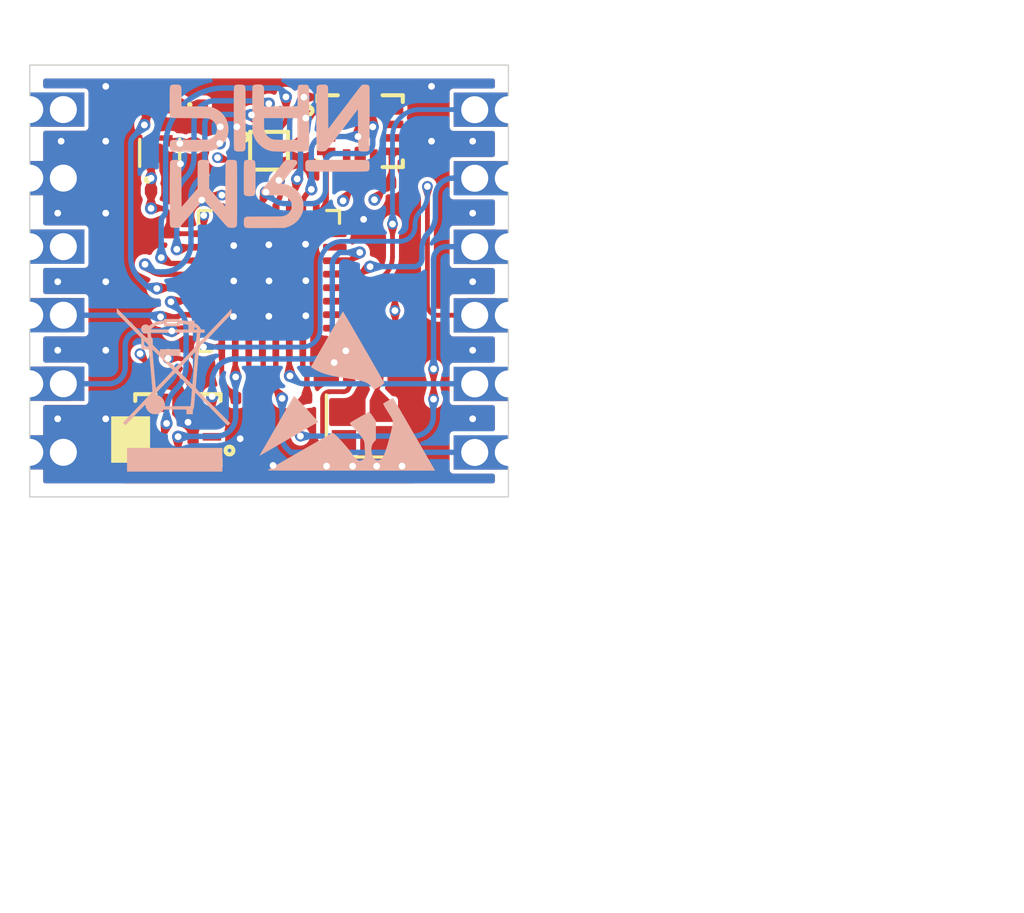
<source format=kicad_pcb>
(kicad_pcb
	(version 20241228)
	(generator "pcbnew")
	(generator_version "9.0")
	(general
		(thickness 1.6)
		(legacy_teardrops no)
	)
	(paper "A4")
	(layers
		(0 "F.Cu" signal)
		(4 "In1.Cu" signal "GND")
		(6 "In2.Cu" signal "PWR")
		(2 "B.Cu" signal)
		(9 "F.Adhes" user "F.Adhesive")
		(11 "B.Adhes" user "B.Adhesive")
		(13 "F.Paste" user)
		(15 "B.Paste" user)
		(5 "F.SilkS" user "F.Silkscreen")
		(7 "B.SilkS" user "B.Silkscreen")
		(1 "F.Mask" user)
		(3 "B.Mask" user)
		(17 "Dwgs.User" user "User.Drawings")
		(19 "Cmts.User" user "User.Comments")
		(21 "Eco1.User" user "User.Eco1")
		(23 "Eco2.User" user "User.Eco2")
		(25 "Edge.Cuts" user)
		(27 "Margin" user)
		(31 "F.CrtYd" user "F.Courtyard")
		(29 "B.CrtYd" user "B.Courtyard")
		(35 "F.Fab" user)
		(33 "B.Fab" user)
		(39 "User.1" auxiliary)
		(41 "User.2" auxiliary)
		(43 "User.3" auxiliary)
		(45 "User.4" auxiliary)
		(47 "User.5" auxiliary)
		(49 "User.6" auxiliary)
		(51 "User.7" auxiliary)
		(53 "User.8" auxiliary)
		(55 "User.9" auxiliary)
	)
	(setup
		(stackup
			(layer "F.SilkS"
				(type "Top Silk Screen")
			)
			(layer "F.Paste"
				(type "Top Solder Paste")
			)
			(layer "F.Mask"
				(type "Top Solder Mask")
				(thickness 0.01)
			)
			(layer "F.Cu"
				(type "copper")
				(thickness 0.035)
			)
			(layer "dielectric 1"
				(type "prepreg")
				(thickness 0.1)
				(material "FR4")
				(epsilon_r 4.5)
				(loss_tangent 0.02)
			)
			(layer "In1.Cu"
				(type "copper")
				(thickness 0.035)
			)
			(layer "dielectric 2"
				(type "core")
				(thickness 1.24)
				(material "FR4")
				(epsilon_r 4.5)
				(loss_tangent 0.02)
			)
			(layer "In2.Cu"
				(type "copper")
				(thickness 0.035)
			)
			(layer "dielectric 3"
				(type "prepreg")
				(thickness 0.1)
				(material "FR4")
				(epsilon_r 4.5)
				(loss_tangent 0.02)
			)
			(layer "B.Cu"
				(type "copper")
				(thickness 0.035)
			)
			(layer "B.Mask"
				(type "Bottom Solder Mask")
				(thickness 0.01)
			)
			(layer "B.Paste"
				(type "Bottom Solder Paste")
			)
			(layer "B.SilkS"
				(type "Bottom Silk Screen")
			)
			(copper_finish "None")
			(dielectric_constraints no)
		)
		(pad_to_mask_clearance 0)
		(allow_soldermask_bridges_in_footprints no)
		(tenting front back)
		(pcbplotparams
			(layerselection 0x55555555_5755f5ff)
			(plot_on_all_layers_selection 0x00000000_00000000)
			(disableapertmacros no)
			(usegerberextensions no)
			(usegerberattributes yes)
			(usegerberadvancedattributes yes)
			(creategerberjobfile yes)
			(dashed_line_dash_ratio 12.000000)
			(dashed_line_gap_ratio 3.000000)
			(svgprecision 4)
			(plotframeref no)
			(mode 1)
			(useauxorigin no)
			(hpglpennumber 1)
			(hpglpenspeed 20)
			(hpglpendiameter 15.000000)
			(pdf_front_fp_property_popups yes)
			(pdf_back_fp_property_popups yes)
			(pdf_metadata yes)
			(pdf_single_document no)
			(dxfpolygonmode yes)
			(dxfimperialunits yes)
			(dxfusepcbnewfont yes)
			(psnegative no)
			(psa4output no)
			(plotinvisibletext no)
			(sketchpadsonfab no)
			(plotpadnumbers no)
			(hidednponfab no)
			(sketchdnponfab yes)
			(crossoutdnponfab yes)
			(subtractmaskfromsilk no)
			(outputformat 1)
			(mirror no)
			(drillshape 0)
			(scaleselection 1)
			(outputdirectory "/Genber")
		)
	)
	(net 0 "")
	(net 1 "/VDD")
	(net 2 "GND")
	(net 3 "/OSC_IN")
	(net 4 "/OSC_OUT")
	(net 5 "Net-(U2-CRST)")
	(net 6 "Net-(U2-VDDIO)")
	(net 7 "/BOOT0")
	(net 8 "/WAKE_UP")
	(net 9 "/RESET")
	(net 10 "/SWDIO")
	(net 11 "/SWCLK")
	(net 12 "/UART1_TX")
	(net 13 "/SPI1_MISO")
	(net 14 "/SCK")
	(net 15 "/INT2")
	(net 16 "/SPI3_MOSI")
	(net 17 "/SPI1_SCLK")
	(net 18 "/SPI3_MISO")
	(net 19 "/UART1_RX")
	(net 20 "/SPI1_MOSI")
	(net 21 "/SDA")
	(net 22 "/INT3")
	(net 23 "/VIN")
	(net 24 "Net-(D1-K)")
	(net 25 "unconnected-(U1-PA3-Pad8)")
	(net 26 "/AP_CS")
	(net 27 "unconnected-(U3-RESV-Pad7)")
	(net 28 "unconnected-(U3-RESV{slash}AUX1_SDIO{slash}AUX1_SDI{slash}MAS_DA-Pad2)")
	(net 29 "unconnected-(U3-INT2{slash}FSYNC{slash}CLKIN-Pad9)")
	(net 30 "unconnected-(U3-RESV{slash}AUX1_CS-Pad10)")
	(net 31 "unconnected-(U3-RESV{slash}AUX1_SDO-Pad11)")
	(net 32 "unconnected-(U3-RESV{slash}AUX1_SCLK{slash}MAS_CLK-Pad3)")
	(net 33 "unconnected-(U4-RESV-Pad7)")
	(net 34 "unconnected-(U4-RESV{slash}AUX1_SDO-Pad11)")
	(net 35 "unconnected-(U4-INT2{slash}FSYNC{slash}CLKIN-Pad9)")
	(net 36 "unconnected-(U4-RESV{slash}AUX1_CS-Pad10)")
	(net 37 "/AP_CS_2")
	(net 38 "unconnected-(U4-RESV{slash}AUX1_SCLK{slash}MAS_CLK-Pad3)")
	(net 39 "unconnected-(U4-RESV{slash}AUX1_SDIO{slash}AUX1_SDI{slash}MAS_DA-Pad2)")
	(net 40 "unconnected-(U1-PA2-Pad7)")
	(net 41 "/LED")
	(net 42 "/INT1")
	(net 43 "/SPI3_SCLK")
	(net 44 "/IO1")
	(footprint "Capacitor_SMD:C_0201_0603Metric" (layer "F.Cu") (at 143.435 96.31 180))
	(pad "" smd roundrect
		(at 0.345 0 180)
		(size 0.318 0.36)
		(layers "F.Paste")
		(roundrect_rratio 0.25)
		(teardrops
			(best_length_ratio 0.5)
			(max_length 1)
			(best_width_ratio 1)
			(max_width 2)
			(curved_edges no)filter_ratio 0.9)
		(enabled yes)
		(allow_two_segments yes)
		(prefer_zone_connections yes)
	)
	(uuid "a930a58c-269f-40eb-8d1f-a3b63cb802eb")
)
(pad "1" smd roundrect
	(at -0.32 0 180)
	(size 0.46 0.4)
	(layers "F.Cu" "F.Mask")
	(roundrect_rratio 0.25)
	(net 5 "Net-(U2-CRST)")
	(pintype "passive")
	(teardrops
		(best_length_ratio 0.5)
		(max_length 1)
		(best_width_ratio 1)
		(max_width 2)
		(curved_edges no)filter_ratio 0.9)
	(enabled yes)
	(allow_two_segments yes)
	(prefer_zone_connections yes)
)
(uuid "52b30289-4c49-4893-8c2f-c2773354a60b")
)
(pad "2" smd roundrect
	(at 0.32 0 180)
	(size 0.46 0.4)
	(layers "F.Cu" "F.Mask")
	(roundrect_rratio 0.25)
	(net 2 "GND")
	(pintype "passive")
	(teardrops
		(best_length_ratio 0.5)
		(max_length 1)
		(best_width_ratio 1)
		(max_width 2)
		(curved_edges no)filter_ratio 0.9)
	(enabled yes)
	(allow_two_segments yes)
	(prefer_zone_connections yes)
)
(uuid "ce3ea6d5-8f07-45ba-aef9-db3a31bf88f3")
)
(embedded_fonts no)
(model "${KICAD8_3DMODEL_DIR}/Capacitor_SMD.3dshapes/C_0201_0603Metric.wrl"
	(offset
		(xyz 0 0 0)
	)
	(scale
		(xyz 1 1 1)
	)
	(rotate
		(xyz 0 0 0)
	)
)
)
(footprint "Capacitor_SMD:C_0201_0603Metric" (layer "F.Cu") (at 141.6775 95.145 -90))
(pad "" smd roundrect
	(at 0.345 0 270)
	(size 0.318 0.36)
	(layers "F.Paste")
	(roundrect_rratio 0.25)
	(teardrops
		(best_length_ratio 0.5)
		(max_length 1)
		(best_width_ratio 1)
		(max_width 2)
		(curved_edges no)filter_ratio 0.9)
	(enabled yes)
	(allow_two_segments yes)
	(prefer_zone_connections yes)
)
(uuid "99201390-4153-4b87-8893-01cfb73c4eb5")
)
(pad "1" smd roundrect
	(at -0.32 0 270)
	(size 0.46 0.4)
	(layers "F.Cu" "F.Mask")
	(roundrect_rratio 0.25)
	(net 23 "/VIN")
	(pintype "passive")
	(teardrops
		(best_length_ratio 0.5)
		(max_length 1)
		(best_width_ratio 1)
		(max_width 2)
		(curved_edges no)filter_ratio 0.9)
	(enabled yes)
	(allow_two_segments yes)
	(prefer_zone_connections yes)
)
(uuid "2df0b565-b476-46c2-afce-f3a658314c83")
)
(pad "2" smd roundrect
	(at 0.32 0 270)
	(size 0.46 0.4)
	(layers "F.Cu" "F.Mask")
	(roundrect_rratio 0.25)
	(net 2 "GND")
	(pintype "passive")
	(teardrops
		(best_length_ratio 0.5)
		(max_length 1)
		(best_width_ratio 1)
		(max_width 2)
		(curved_edges no)filter_ratio 0.9)
	(enabled yes)
	(allow_two_segments yes)
	(prefer_zone_connections yes)
)
(uuid "5d06d6a6-ba35-4dd3-bfb7-ae216d2cddb6")
)
(embedded_fonts no)
(model "${KICAD8_3DMODEL_DIR}/Capacitor_SMD.3dshapes/C_0201_0603Metric.wrl"
	(offset
		(xyz 0 0 0)
	)
	(scale
		(xyz 1 1 1)
	)
	(rotate
		(xyz 0 0 0)
	)
)
)
(footprint "Resistor_SMD:R_0201_0603Metric" (layer "F.Cu") (at 148.8186 100.1776))
(pad "" smd roundrect
	(at 0.345 0)
	(size 0.318 0.36)
	(layers "F.Paste")
	(roundrect_rratio 0.25)
	(teardrops
		(best_length_ratio 0.5)
		(max_length 1)
		(best_width_ratio 1)
		(max_width 2)
		(curved_edges no)filter_ratio 0.9)
	(enabled yes)
	(allow_two_segments yes)
	(prefer_zone_connections yes)
)
(uuid "5ff6eb0f-6e8b-4f81-87ca-cd4cd7ce6186")
)
(pad "1" smd roundrect
	(at -0.32 0)
	(size 0.46 0.4)
	(layers "F.Cu" "F.Mask")
	(roundrect_rratio 0.25)
	(net 9 "/RESET")
	(pintype "passive")
	(teardrops
		(best_length_ratio 0.5)
		(max_length 1)
		(best_width_ratio 1)
		(max_width 2)
		(curved_edges no)filter_ratio 0.9)
	(enabled yes)
	(allow_two_segments yes)
	(prefer_zone_connections yes)
)
(uuid "9dc0e3b9-6f69-408a-bd1c-60f9fcd1fa9a")
)
(pad "2" smd roundrect
	(at 0.32 0)
	(size 0.46 0.4)
	(layers "F.Cu" "F.Mask")
	(roundrect_rratio 0.25)
	(net 1 "/VDD")
	(pintype "passive")
	(teardrops
		(best_length_ratio 0.5)
		(max_length 1)
		(best_width_ratio 1)
		(max_width 2)
		(curved_edges no)filter_ratio 0.9)
	(enabled yes)
	(allow_two_segments yes)
	(prefer_zone_connections yes)
)
(uuid "8cbb1358-2a07-4209-9825-3b1cc8920915")
)
(embedded_fonts no)
(model "${KICAD8_3DMODEL_DIR}/Resistor_SMD.3dshapes/R_0201_0603Metric.wrl"
	(offset
		(xyz 0 0 0)
	)
	(scale
		(xyz 1 1 1)
	)
	(rotate
		(xyz 0 0 0)
	)
)
)
(footprint "Crystal:Crystal_SMD_2016-4Pin_2.0x1.6mm" (layer "F.Cu") (at 147.9525 105.295))
(pad "2" smd rect
	(at 0.7 0.55)
	(size 0.9 0.8)
	(layers "F.Cu" "F.Mask" "F.Paste")
	(net 2 "GND")
	(pinfunction "2")
	(pintype "passive")
	(teardrops
		(best_length_ratio 0.5)
		(max_length 1)
		(best_width_ratio 1)
		(max_width 2)
		(curved_edges no)filter_ratio 0.9)
	(enabled yes)
	(allow_two_segments yes)
	(prefer_zone_connections yes)
)
(uuid "c1482191-a749-42ad-9fd1-716930cd4c93")
)
(pad "3" smd rect
	(at 0.7 -0.55)
	(size 0.9 0.8)
	(layers "F.Cu" "F.Mask" "F.Paste")
	(net 4 "/OSC_OUT")
	(pinfunction "3")
	(pintype "passive")
	(teardrops
		(best_length_ratio 0.5)
		(max_length 1)
		(best_width_ratio 1)
		(max_width 2)
		(curved_edges no)filter_ratio 0.9)
	(enabled yes)
	(allow_two_segments yes)
	(prefer_zone_connections yes)
)
(uuid "8e34be3b-63b6-4653-8f42-8059feb4778a")
)
(pad "4" smd rect
	(at -0.7 -0.55)
	(size 0.9 0.8)
	(layers "F.Cu" "F.Mask" "F.Paste")
	(net 2 "GND")
	(pinfunction "4")
	(pintype "passive")
	(teardrops
		(best_length_ratio 0.5)
		(max_length 1)
		(best_width_ratio 1)
		(max_width 2)
		(curved_edges no)filter_ratio 0.9)
	(enabled yes)
	(allow_two_segments yes)
	(prefer_zone_connections yes)
)
(uuid "6c30ae19-96a2-4060-91a7-26fa09e44b38")
)
(embedded_fonts no)
(model "${KICAD8_3DMODEL_DIR}/Crystal.3dshapes/Crystal_SMD_2016-4Pin_2.0x1.6mm.wrl"
	(offset
		(xyz 0 0 0)
	)
	(scale
		(xyz 1 1 1)
	)
	(rotate
		(xyz 0 0 0)
	)
)
)
(footprint "Package_SON:Texas_X2SON-4_1x1mm_P0.65mm" (layer "F.Cu") (at 140.4275 95.175 90))
(pad "" smd custom
	(at -0.43 -0.325 90)
	(size 0.148492 0.148492)
	(layers "F.Paste")
	(thermal_bridge_angle 90)
	(options
		(clearance outline)
		(anchor circle)
	)
	(primitives
		(gr_poly
			(pts
				(xy 0.18 -0.075) (xy 0 0.105) (xy -0.22 0.105) (xy -0.22 -0.105) (xy 0.18 -0.105)
			)
			(width 0)
			(fill yes)
		)
	)
	(teardrops
		(best_length_ratio 0.5)
		(max_length 1)
		(best_width_ratio 1)
		(max_width 2)
		(curved_edges no)filter_ratio 0.9)
	(enabled yes)
	(allow_two_segments yes)
	(prefer_zone_connections yes)
)
(uuid "a3b3c977-7ba5-4d5f-82e4-396a169c0a39")
)
(pad "" smd custom
	(at -0.43 0.325 90)
	(size 0.148492 0.148492)
	(layers "F.Mask")
	(thermal_bridge_angle 90)
	(options
		(clearance outline)
		(anchor circle)
	)
	(primitives
		(gr_poly
			(pts
				(xy 0.18 0.075) (xy 0.18 0.105) (xy -0.18 0.105) (xy -0.18 -0.105) (xy 0 -0.105)
			)
			(width 0)
			(fill yes)
		)
	)
	(teardrops
		(best_length_ratio 0.5)
		(max_length 1)
		(best_width_ratio 1)
		(max_width 2)
		(curved_edges no)filter_ratio 0.9)
	(enabled yes)
	(allow_two_segments yes)
	(prefer_zone_connections yes)
)
(uuid "ea6899c8-2241-421e-b0f6-5c168d3a93eb")
)
(pad "" smd custom
	(at -0.43 0.325 90)
	(size 0.148492 0.148492)
	(layers "F.Paste")
	(thermal_bridge_angle 90)
	(options
		(clearance outline)
		(anchor circle)
	)
	(primitives
		(gr_poly
			(pts
				(xy 0.18 0.075) (xy 0.18 0.105) (xy -0.22 0.105) (xy -0.22 -0.105) (xy 0 -0.105)
			)
			(width 0)
			(fill yes)
		)
	)
	(teardrops
		(best_length_ratio 0.5)
		(max_length 1)
		(best_width_ratio 1)
		(max_width 2)
		(curved_edges no)filter_ratio 0.9)
	(enabled yes)
	(allow_two_segments yes)
	(prefer_zone_connections yes)
)
(uuid "2cb933c9-1763-40fc-84c9-da989103b345")
)
(pad "" smd custom
	(at 0.43 -0.325 90)
	(size 0.148492 0.148492)
	(layers "F.Mask")
	(thermal_bridge_angle 90)
	(options
		(clearance outline)
		(anchor circle)
	)
	(primitives
		(gr_poly
			(pts
				(xy 0.18 0.105) (xy 0 0.105) (xy -0.18 -0.075) (xy -0.18 -0.105) (xy 0.18 -0.105)
			)
			(width 0)
			(fill yes)
		)
	)
	(teardrops
		(best_length_ratio 0.5)
		(max_length 1)
		(best_width_ratio 1)
		(max_width 2)
		(curved_edges no)filter_ratio 0.9)
	(enabled yes)
	(allow_two_segments yes)
	(prefer_zone_connections yes)
)
(uuid "2e326e94-0ca4-4e79-928c-9d9c45c932ca")
)
(pad "" smd custom
	(at 0.43 -0.325 90)
	(size 0.148492 0.148492)
	(layers "F.Paste")
	(thermal_bridge_angle 90)
	(options
		(clearance outline)
		(anchor circle)
	)
	(primitives
		(gr_poly
			(pts
				(xy 0.22 0.105) (xy 0 0.105) (xy -0.18 -0.075) (xy -0.18 -0.105) (xy 0.22 -0.105)
			)
			(width 0)
			(fill yes)
		)
	)
	(teardrops
		(best_length_ratio 0.5)
		(max_length 1)
		(best_width_ratio 1)
		(max_width 2)
		(curved_edges no)filter_ratio 0.9)
	(enabled yes)
	(allow_two_segments yes)
	(prefer_zone_connections yes)
)
(uuid "131b918e-d0ca-43bb-9697-a20f9ded6ace")
)
(pad "" smd custom
	(at 0.43 0.325 90)
	(size 0.148492 0.148492)
	(layers "F.Mask")
	(thermal_bridge_angle 90)
	(options
		(clearance outline)
		(anchor circle)
	)
	(primitives
		(gr_poly
			(pts
				(xy 0.18 0.105) (xy -0.18 0.105) (xy -0.18 0.075) (xy 0 -0.105) (xy 0.18 -0.105)
			)
			(width 0)
			(fill yes)
		)
	)
	(teardrops
		(best_length_ratio 0.5)
		(max_length 1)
		(best_width_ratio 1)
		(max_width 2)
		(curved_edges no)filter_ratio 0.9)
	(enabled yes)
	(allow_two_segments yes)
	(prefer_zone_connections yes)
)
(uuid "58c3ea83-58df-4d8b-a4f7-c931c2758826")
)
(pad "" smd custom
	(at 0.43 0.325 90)
	(size 0.148492 0.148492)
	(layers "F.Paste")
	(thermal_bridge_angle 90)
	(options
		(clearance outline)
		(anchor circle)
	)
	(primitives
		(gr_poly
			(pts
				(xy 0.22 0.105) (xy -0.18 0.105) (xy -0.18 0.075) (xy 0 -0.105) (xy 0.22 -0.105)
			)
			(width 0)
			(fill yes)
		)
	)
	(teardrops
		(best_length_ratio 0.5)
		(max_length 1)
		(best_width_ratio 1)
		(max_width 2)
		(curved_edges no)filter_ratio 0.9)
	(enabled yes)
	(allow_two_segments yes)
	(prefer_zone_connections yes)
)
(uuid "92c413a8-7c89-4b1a-a996-157add192be6")
)
(pad "1" smd custom
	(at -0.43 -0.325 90)
	(size 0.148492 0.148492)
	(layers "F.Cu")
	(net 1 "/VDD")
	(pinfunction "OUT")
	(pintype "power_out")
	(zone_connect 2)
	(thermal_bridge_angle 90)
	(options
		(clearance outline)
		(anchor circle)
	)
	(primitives
		(gr_poly
			(pts
				(xy 0.23 -0.054289) (xy 0.020711 0.155) (xy -0.23 0.155) (xy -0.23 -0.155) (xy 0.23 -0.155)
			)
			(width 0)
			(fill yes)
		)
	)
	(teardrops
		(best_length_ratio 0.5)
		(max_length 1)
		(best_width_ratio 1)
		(max_width 2)
		(curved_edges no)filter_ratio 0.9)
	(enabled yes)
	(allow_two_segments yes)
	(prefer_zone_connections yes)
)
(uuid "bc1c1d67-e0d9-4cb3-b49c-c0e491af3b9c")
)
(pad "2" smd custom
	(at -0.43 0.325 90)
	(size 0.148492 0.148492)
	(layers "F.Cu")
	(net 2 "GND")
	(pinfunction "GND")
	(pintype "power_in")
	(zone_connect 2)
	(thermal_bridge_angle 90)
	(options
		(clearance outline)
		(anchor circle)
	)
	(primitives
		(gr_poly
			(pts
				(xy 0.23 0.054289) (xy 0.23 0.155) (xy -0.23 0.155) (xy -0.23 -0.155) (xy 0.020711 -0.155)
			)
			(width 0)
			(fill yes)
		)
	)
	(teardrops
		(best_length_ratio 0.5)
		(max_length 1)
		(best_width_ratio 1)
		(max_width 2)
		(curved_edges no)filter_ratio 0.9)
	(enabled yes)
	(allow_two_segments yes)
	(prefer_zone_connections yes)
)
(uuid "7bf0bc3c-3714-4c1e-bed4-bbd58d03646f")
)
(pad "3" smd custom
	(at 0.43 0.325 90)
	(size 0.148492 0.148492)
	(layers "F.Cu")
	(net 23 "/VIN")
	(pinfunction "EN")
	(pintype "input")
	(zone_connect 2)
	(thermal_bridge_angle 90)
	(options
		(clearance outline)
		(anchor circle)
	)
	(primitives
		(gr_poly
			(pts
				(xy 0.23 0.155) (xy -0.23 0.155) (xy -0.23 0.054289) (xy -0.020711 -0.155) (xy 0.23 -0.155)
			)
			(width 0)
			(fill yes)
		)
	)
	(teardrops
		(best_length_ratio 0.5)
		(max_length 1)
		(best_width_ratio 1)
		(max_width 2)
		(curved_edges no)filter_ratio 0.9)
	(enabled yes)
	(allow_two_segments yes)
	(prefer_zone_connections yes)
)
(uuid "99ef1abc-050a-4e55-a21d-ab7571cf2401")
)
(pad "4" smd custom
	(at 0.43 -0.325 90)
	(size 0.148492 0.148492)
	(layers "F.Cu")
	(net 23 "/VIN")
	(pinfunction "IN")
	(pintype "power_in")
	(zone_connect 2)
	(thermal_bridge_angle 90)
	(options
		(clearance outline)
		(anchor circle)
	)
	(primitives
		(gr_poly
			(pts
				(xy 0.23 0.155) (xy -0.020711 0.155) (xy -0.23 -0.054289) (xy -0.23 -0.155) (xy 0.23 -0.155)
			)
			(width 0)
			(fill yes)
		)
	)
	(teardrops
		(best_length_ratio 0.5)
		(max_length 1)
		(best_width_ratio 1)
		(max_width 2)
		(curved_edges no)filter_ratio 0.9)
	(enabled yes)
	(allow_two_segments yes)
	(prefer_zone_connections yes)
)
(uuid "0ee41d60-5b94-43b2-b067-0d9c14515196")
)
(pad "5" smd roundrect
	(at 0 0 135)
	(size 0.58 0.58)
	(layers "F.Cu" "F.Mask" "F.Paste")
	(roundrect_rratio 0.25)
	(net 2 "GND")
	(pinfunction "Pad")
	(pintype "passive")
	(solder_mask_margin -0.05)
	(solder_paste_margin -0.065)
	(solder_paste_margin_ratio -0.00000001)
	(teardrops
		(best_length_ratio 0.5)
		(max_length 1)
		(best_width_ratio 1)
		(max_width 2)
		(curved_edges no)filter_ratio 0.9)
	(enabled yes)
	(allow_two_segments yes)
	(prefer_zone_connections yes)
)
(uuid "2d2d9071-0d5e-4e31-bd33-5f5728a51b06")
)
(embedded_fonts no)
(model "${KICAD8_3DMODEL_DIR}/Package_SON.3dshapes/Texas_X2SON-4_1x1mm_P0.65mm.wrl"
	(offset
		(xyz 0 0 0)
	)
	(scale
		(xyz 1 1 1)
	)
	(rotate
		(xyz 0 0 0)
	)
)
)
(footprint "Capacitor_SMD:C_0201_0603Metric" (layer "F.Cu") (at 141.95 96.32 180))
(pad "" smd roundrect
	(at 0.345 0 180)
	(size 0.318 0.36)
	(layers "F.Paste")
	(roundrect_rratio 0.25)
	(teardrops
		(best_length_ratio 0.5)
		(max_length 1)
		(best_width_ratio 1)
		(max_width 2)
		(curved_edges no)filter_ratio 0.9)
	(enabled yes)
	(allow_two_segments yes)
	(prefer_zone_connections yes)
)
(uuid "5b6590e4-bde7-4946-80cb-7e96d4502452")
)
(pad "1" smd roundrect
	(at -0.32 0 180)
	(size 0.46 0.4)
	(layers "F.Cu" "F.Mask")
	(roundrect_rratio 0.25)
	(net 1 "/VDD")
	(pintype "passive")
	(teardrops
		(best_length_ratio 0.5)
		(max_length 1)
		(best_width_ratio 1)
		(max_width 2)
		(curved_edges no)filter_ratio 0.9)
	(enabled yes)
	(allow_two_segments yes)
	(prefer_zone_connections yes)
)
(uuid "00276542-f209-49ff-b826-ff91ae631f7b")
)
(pad "2" smd roundrect
	(at 0.32 0 180)
	(size 0.46 0.4)
	(layers "F.Cu" "F.Mask")
	(roundrect_rratio 0.25)
	(net 2 "GND")
	(pintype "passive")
	(teardrops
		(best_length_ratio 0.5)
		(max_length 1)
		(best_width_ratio 1)
		(max_width 2)
		(curved_edges no)filter_ratio 0.9)
	(enabled yes)
	(allow_two_segments yes)
	(prefer_zone_connections yes)
)
(uuid "ea501202-e445-4a41-96c4-b48edddae9d1")
)
(embedded_fonts no)
(model "${KICAD8_3DMODEL_DIR}/Capacitor_SMD.3dshapes/C_0201_0603Metric.wrl"
	(offset
		(xyz 0 0 0)
	)
	(scale
		(xyz 1 1 1)
	)
	(rotate
		(xyz 0 0 0)
	)
)
)
(footprint "User_footprints:6Pin半孔" (layer "F.Cu") (at 135.6154 89.76))
(footprint "Capacitor_SMD:C_0201_0603Metric" (layer "F.Cu") (at 143.2775 95.12 90))
(pad "" smd roundrect
	(at 0.345 0 90)
	(size 0.318 0.36)
	(layers "F.Paste")
	(roundrect_rratio 0.25)
	(teardrops
		(best_length_ratio 0.5)
		(max_length 1)
		(best_width_ratio 1)
		(max_width 2)
		(curved_edges no)filter_ratio 0.9)
	(enabled yes)
	(allow_two_segments yes)
	(prefer_zone_connections yes)
)
(uuid "58d42b08-2d91-480c-83a9-82b059d3848e")
)
(pad "1" smd roundrect
	(at -0.32 0 90)
	(size 0.46 0.4)
	(layers "F.Cu" "F.Mask")
	(roundrect_rratio 0.25)
	(net 1 "/VDD")
	(pintype "passive")
	(teardrops
		(best_length_ratio 0.5)
		(max_length 1)
		(best_width_ratio 1)
		(max_width 2)
		(curved_edges no)filter_ratio 0.9)
	(enabled yes)
	(allow_two_segments yes)
	(prefer_zone_connections yes)
)
(uuid "8805fe4f-24ea-4329-9339-7f682a70a1af")
)
(pad "2" smd roundrect
	(at 0.32 0 90)
	(size 0.46 0.4)
	(layers "F.Cu" "F.Mask")
	(roundrect_rratio 0.25)
	(net 2 "GND")
	(pintype "passive")
	(teardrops
		(best_length_ratio 0.5)
		(max_length 1)
		(best_width_ratio 1)
		(max_width 2)
		(curved_edges no)filter_ratio 0.9)
	(enabled yes)
	(allow_two_segments yes)
	(prefer_zone_connections yes)
)
(uuid "e87c4bec-d558-4411-b38e-bd93567c7f5b")
)
(embedded_fonts no)
(model "${KICAD8_3DMODEL_DIR}/Capacitor_SMD.3dshapes/C_0201_0603Metric.wrl"
	(offset
		(xyz 0 0 0)
	)
	(scale
		(xyz 1 1 1)
	)
	(rotate
		(xyz 0 0 0)
	)
)
)
(footprint "Resistor_SMD:R_0201_0603Metric" (layer "F.Cu") (at 143.2525 104.5808 -90))
(pad "" smd roundrect
	(at 0.345 0 270)
	(size 0.318 0.36)
	(layers "F.Paste")
	(roundrect_rratio 0.25)
	(teardrops
		(best_length_ratio 0.5)
		(max_length 1)
		(best_width_ratio 1)
		(max_width 2)
		(curved_edges no)filter_ratio 0.9)
	(enabled yes)
	(allow_two_segments yes)
	(prefer_zone_connections yes)
)
(uuid "ac5a5009-0011-4415-b7ba-0e702543c3bd")
)
(pad "1" smd roundrect
	(at -0.32 0 270)
	(size 0.46 0.4)
	(layers "F.Cu" "F.Mask")
	(roundrect_rratio 0.25)
	(net 44 "/IO1")
	(pintype "passive")
	(teardrops
		(best_length_ratio 0.5)
		(max_length 1)
		(best_width_ratio 1)
		(max_width 2)
		(curved_edges no)filter_ratio 0.9)
	(enabled yes)
	(allow_two_segments yes)
	(prefer_zone_connections yes)
)
(uuid "87cedd05-2d09-4f48-bd91-9e10aeb3a48c")
)
(pad "2" smd roundrect
	(at 0.32 0 270)
	(size 0.46 0.4)
	(layers "F.Cu" "F.Mask")
	(roundrect_rratio 0.25)
	(net 2 "GND")
	(pintype "passive")
	(teardrops
		(best_length_ratio 0.5)
		(max_length 1)
		(best_width_ratio 1)
		(max_width 2)
		(curved_edges no)filter_ratio 0.9)
	(enabled yes)
	(allow_two_segments yes)
	(prefer_zone_connections yes)
)
(uuid "add10092-2d01-49f3-9f21-dfaef3555b18")
)
(embedded_fonts no)
(model "${KICAD8_3DMODEL_DIR}/Resistor_SMD.3dshapes/R_0201_0603Metric.wrl"
	(offset
		(xyz 0 0 0)
	)
	(scale
		(xyz 1 1 1)
	)
	(rotate
		(xyz 0 0 0)
	)
)
)
(footprint "easyeda2kicad:LGA-14_L3.0-W2.5-P0.50-TL" (layer "F.Cu") (at 147.8525 94.37))
(pad "2" smd rect
	(at -1.26 -0.25)
	(size 0.68 0.28)
	(layers "F.Cu" "F.Mask" "F.Paste")
	(net 39 "unconnected-(U4-RESV{slash}AUX1_SDIO{slash}AUX1_SDI{slash}MAS_DA-Pad2)")
	(pinfunction "RESV/AUX1_SDIO/AUX1_SDI/MAS_DA")
	(pintype "unspecified+no_connect")
	(teardrops
		(best_length_ratio 0.5)
		(max_length 1)
		(best_width_ratio 1)
		(max_width 2)
		(curved_edges no)filter_ratio 0.9)
	(enabled yes)
	(allow_two_segments yes)
	(prefer_zone_connections yes)
)
(uuid "35195990-6db0-44dc-8b52-b55775f3b491")
)
(pad "3" smd rect
	(at -1.26 0.25)
	(size 0.68 0.28)
	(layers "F.Cu" "F.Mask" "F.Paste")
	(net 38 "unconnected-(U4-RESV{slash}AUX1_SCLK{slash}MAS_CLK-Pad3)")
	(pinfunction "RESV/AUX1_SCLK/MAS_CLK")
	(pintype "unspecified+no_connect")
	(teardrops
		(best_length_ratio 0.5)
		(max_length 1)
		(best_width_ratio 1)
		(max_width 2)
		(curved_edges no)filter_ratio 0.9)
	(enabled yes)
	(allow_two_segments yes)
	(prefer_zone_connections yes)
)
(uuid "5c6c0d34-1419-49f7-8ba7-b17e5247d95a")
)
(pad "4" smd rect
	(at -1.26 0.75)
	(size 0.68 0.28)
	(layers "F.Cu" "F.Mask" "F.Paste")
	(net 42 "/INT1")
	(pinfunction "INT1/INT")
	(pintype "unspecified")
	(teardrops
		(best_length_ratio 0.5)
		(max_length 1)
		(best_width_ratio 1)
		(max_width 2)
		(curved_edges no)filter_ratio 0.9)
	(enabled yes)
	(allow_two_segments yes)
	(prefer_zone_connections yes)
)
(uuid "49ff9d8a-18f5-415a-8c9d-3f8a7cf2af10")
)
(pad "5" smd rect
	(at -0.5 1.01)
	(size 0.28 0.68)
	(layers "F.Cu" "F.Mask" "F.Paste")
	(net 1 "/VDD")
	(pinfunction "VDDIO")
	(pintype "unspecified")
	(teardrops
		(best_length_ratio 0.5)
		(max_length 1)
		(best_width_ratio 1)
		(max_width 2)
		(curved_edges no)filter_ratio 0.9)
	(enabled yes)
	(allow_two_segments yes)
	(prefer_zone_connections yes)
)
(uuid "4bf01e87-354c-47ad-aa63-bb243ebfec19")
)
(pad "6" smd rect
	(at 0 1.01)
	(size 0.28 0.68)
	(layers "F.Cu" "F.Mask" "F.Paste")
	(net 2 "GND")
	(pinfunction "GND")
	(pintype "unspecified")
	(teardrops
		(best_length_ratio 0.5)
		(max_length 1)
		(best_width_ratio 1)
		(max_width 2)
		(curved_edges no)filter_ratio 0.9)
	(enabled yes)
	(allow_two_segments yes)
	(prefer_zone_connections yes)
)
(uuid "d90d52cb-f21e-4714-a692-6818a539e604")
)
(pad "7" smd rect
	(at 0.5 1.01)
	(size 0.28 0.68)
	(layers "F.Cu" "F.Mask" "F.Paste")
	(net 33 "unconnected-(U4-RESV-Pad7)")
	(pinfunction "RESV")
	(pintype "unspecified+no_connect")
	(teardrops
		(best_length_ratio 0.5)
		(max_length 1)
		(best_width_ratio 1)
		(max_width 2)
		(curved_edges no)filter_ratio 0.9)
	(enabled yes)
	(allow_two_segments yes)
	(prefer_zone_connections yes)
)
(uuid "ff717e98-ba64-476e-9508-7e60faba5c26")
)
(pad "8" smd rect
	(at 1.26 0.75)
	(size 0.68 0.28)
	(layers "F.Cu" "F.Mask" "F.Paste")
	(net 1 "/VDD")
	(pinfunction "VDD")
	(pintype "unspecified")
	(teardrops
		(best_length_ratio 0.5)
		(max_length 1)
		(best_width_ratio 1)
		(max_width 2)
		(curved_edges no)filter_ratio 0.9)
	(enabled yes)
	(allow_two_segments yes)
	(prefer_zone_connections yes)
)
(uuid "60d69b53-481b-4e75-9504-eaa7793934ff")
)
(pad "9" smd rect
	(at 1.26 0.25)
	(size 0.68 0.28)
	(layers "F.Cu" "F.Mask" "F.Paste")
	(net 35 "unconnected-(U4-INT2{slash}FSYNC{slash}CLKIN-Pad9)")
	(pinfunction "INT2/FSYNC/CLKIN")
	(pintype "unspecified+no_connect")
	(teardrops
		(best_length_ratio 0.5)
		(max_length 1)
		(best_width_ratio 1)
		(max_width 2)
		(curved_edges no)filter_ratio 0.9)
	(enabled yes)
	(allow_two_segments yes)
	(prefer_zone_connections yes)
)
(uuid "e3dfa2e5-cb85-4c1e-a013-3bed49928b8d")
)
(pad "10" smd rect
	(at 1.26 -0.25)
	(size 0.68 0.28)
	(layers "F.Cu" "F.Mask" "F.Paste")
	(net 36 "unconnected-(U4-RESV{slash}AUX1_CS-Pad10)")
	(pinfunction "RESV/AUX1_CS")
	(pintype "unspecified+no_connect")
	(teardrops
		(best_length_ratio 0.5)
		(max_length 1)
		(best_width_ratio 1)
		(max_width 2)
		(curved_edges no)filter_ratio 0.9)
	(enabled yes)
	(allow_two_segments yes)
	(prefer_zone_connections yes)
)
(uuid "4bccdb61-e676-4e53-a701-e6ac01295ad0")
)
(pad "11" smd rect
	(at 1.26 -0.75)
	(size 0.68 0.28)
	(layers "F.Cu" "F.Mask" "F.Paste")
	(net 34 "unconnected-(U4-RESV{slash}AUX1_SDO-Pad11)")
	(pinfunction "RESV/AUX1_SDO")
	(pintype "unspecified+no_connect")
	(teardrops
		(best_length_ratio 0.5)
		(max_length 1)
		(best_width_ratio 1)
		(max_width 2)
		(curved_edges no)filter_ratio 0.9)
	(enabled yes)
	(allow_two_segments yes)
	(prefer_zone_connections yes)
)
(uuid "cd5b207f-c5f5-4523-8682-052c66d26d5e")
)
(pad "12" smd rect
	(at 0.5 -1.01)
	(size 0.28 0.68)
	(layers "F.Cu" "F.Mask" "F.Paste")
	(net 26 "/AP_CS")
	(pinfunction "AP_CS")
	(pintype "unspecified")
	(teardrops
		(best_length_ratio 0.5)
		(max_length 1)
		(best_width_ratio 1)
		(max_width 2)
		(curved_edges no)filter_ratio 0.9)
	(enabled yes)
	(allow_two_segments yes)
	(prefer_zone_connections yes)
)
(uuid "e3d48239-1d15-4be8-beb9-80c3d0682272")
)
(pad "13" smd rect
	(at 0 -1.01)
	(size 0.28 0.68)
	(layers "F.Cu" "F.Mask" "F.Paste")
	(net 17 "/SPI1_SCLK")
	(pinfunction "AP_SCL/AP_SCLK")
	(pintype "unspecified")
	(teardrops
		(best_length_ratio 0.5)
		(max_length 1)
		(best_width_ratio 1)
		(max_width 2)
		(curved_edges no)filter_ratio 0.9)
	(enabled yes)
	(allow_two_segments yes)
	(prefer_zone_connections yes)
)
(uuid "dc0dbfa9-93e3-4a4b-b9d6-1a8af11f9357")
)
(pad "14" smd rect
	(at -0.5 -1.01)
	(size 0.28 0.68)
	(layers "F.Cu" "F.Mask" "F.Paste")
	(net 20 "/SPI1_MOSI")
	(pinfunction "AP_SDA/AP_SDIO/AP_SDI")
	(pintype "unspecified")
	(teardrops
		(best_length_ratio 0.5)
		(max_length 1)
		(best_width_ratio 1)
		(max_width 2)
		(curved_edges no)filter_ratio 0.9)
	(enabled yes)
	(allow_two_segments yes)
	(prefer_zone_connections yes)
)
(uuid "1e2cd808-7118-44d2-8a74-3beeb8851c0b")
)
(embedded_fonts no)
(model "${EASYEDA2KICAD}/easyeda2kicad.3dshapes/LGA-14_L2.5-W3.0-H0.9-P0.50.wrl"
	(offset
		(xyz 0.04 0.03 -0)
	)
	(scale
		(xyz 1 1 1)
	)
	(rotate
		(xyz -0 -0 -0)
	)
)
)
(footprint "Capacitor_SMD:C_0201_0603Metric" (layer "F.Cu") (at 147.1275 103.52))
(pad "" smd roundrect
	(at 0.345 0)
	(size 0.318 0.36)
	(layers "F.Paste")
	(roundrect_rratio 0.25)
	(teardrops
		(best_length_ratio 0.5)
		(max_length 1)
		(best_width_ratio 1)
		(max_width 2)
		(curved_edges no)filter_ratio 0.9)
	(enabled yes)
	(allow_two_segments yes)
	(prefer_zone_connections yes)
)
(uuid "2220891d-c6f8-415e-97d9-971deaf3d7c6")
)
(pad "1" smd roundrect
	(at -0.32 0)
	(size 0.46 0.4)
	(layers "F.Cu" "F.Mask")
	(roundrect_rratio 0.25)
	(net 2 "GND")
	(pintype "passive")
	(teardrops
		(best_length_ratio 0.5)
		(max_length 1)
		(best_width_ratio 1)
		(max_width 2)
		(curved_edges no)filter_ratio 0.9)
	(enabled yes)
	(allow_two_segments yes)
	(prefer_zone_connections yes)
)
(uuid "5222dff0-fe11-489e-86b0-0b4497390fd5")
)
(pad "2" smd roundrect
	(at 0.32 0)
	(size 0.46 0.4)
	(layers "F.Cu" "F.Mask")
	(roundrect_rratio 0.25)
	(net 3 "/OSC_IN")
	(pintype "passive")
	(teardrops
		(best_length_ratio 0.5)
		(max_length 1)
		(best_width_ratio 1)
		(max_width 2)
		(curved_edges no)filter_ratio 0.9)
	(enabled yes)
	(allow_two_segments yes)
	(prefer_zone_connections yes)
)
(uuid "6b9241a8-e341-48f9-9815-8a33b662c30e")
)
(embedded_fonts no)
(model "${KICAD8_3DMODEL_DIR}/Capacitor_SMD.3dshapes/C_0201_0603Metric.wrl"
	(offset
		(xyz 0 0 0)
	)
	(scale
		(xyz 1 1 1)
	)
	(rotate
		(xyz 0 0 0)
	)
)
)
(footprint "Capacitor_SMD:C_0201_0603Metric" (layer "F.Cu") (at 148.99 96.62 -90))
(pad "" smd roundrect
	(at 0.345 0 270)
	(size 0.318 0.36)
	(layers "F.Paste")
	(roundrect_rratio 0.25)
	(teardrops
		(best_length_ratio 0.5)
		(max_length 1)
		(best_width_ratio 1)
		(max_width 2)
		(curved_edges no)filter_ratio 0.9)
	(enabled yes)
	(allow_two_segments yes)
	(prefer_zone_connections yes)
)
(uuid "c2d7d073-ed2d-4667-8508-0839711b8251")
)
(pad "1" smd roundrect
	(at -0.32 0 270)
	(size 0.46 0.4)
	(layers "F.Cu" "F.Mask")
	(roundrect_rratio 0.25)
	(net 1 "/VDD")
	(pintype "passive")
	(teardrops
		(best_length_ratio 0.5)
		(max_length 1)
		(best_width_ratio 1)
		(max_width 2)
		(curved_edges no)filter_ratio 0.9)
	(enabled yes)
	(allow_two_segments yes)
	(prefer_zone_connections yes)
)
(uuid "806bca59-38af-42c3-a2d0-5bfd4983fa42")
)
(pad "2" smd roundrect
	(at 0.32 0 270)
	(size 0.46 0.4)
	(layers "F.Cu" "F.Mask")
	(roundrect_rratio 0.25)
	(net 2 "GND")
	(pintype "passive")
	(teardrops
		(best_length_ratio 0.5)
		(max_length 1)
		(best_width_ratio 1)
		(max_width 2)
		(curved_edges no)filter_ratio 0.9)
	(enabled yes)
	(allow_two_segments yes)
	(prefer_zone_connections yes)
)
(uuid "a4781abc-e79f-49d2-80db-eccb1c00139b")
)
(embedded_fonts no)
(model "${KICAD8_3DMODEL_DIR}/Capacitor_SMD.3dshapes/C_0201_0603Metric.wrl"
	(offset
		(xyz 0 0 0)
	)
	(scale
		(xyz 1 1 1)
	)
	(rotate
		(xyz 0 0 0)
	)
)
)
(footprint "easyeda2kicad:WLCSP-9_L1.3-W1.3-R3-C3-P0.40-TL" (layer "F.Cu") (at 144.4775 95.095))
(pad "A2" smd circle
	(at 0 -0.4)
	(size 0.2 0.2)
	(layers "F.Cu" "F.Mask" "F.Paste")
	(net 21 "/SDA")
	(pinfunction "SDA")
	(pintype "unspecified")
	(teardrops
		(best_length_ratio 0.5)
		(max_length 1)
		(best_width_ratio 1)
		(max_width 2)
		(curved_edges no)filter_ratio 0.9)
	(enabled yes)
	(allow_two_segments yes)
	(prefer_zone_connections yes)
)
(uuid "39b47a63-86c6-4056-b529-16b551c50334")
)
(pad "A3" smd circle
	(at 0.4 -0.4)
	(size 0.2 0.2)
	(layers "F.Cu" "F.Mask" "F.Paste")
	(net 14 "/SCK")
	(pinfunction "SCK")
	(pintype "unspecified")
	(teardrops
		(best_length_ratio 0.5)
		(max_length 1)
		(best_width_ratio 1)
		(max_width 2)
		(curved_edges no)filter_ratio 0.9)
	(enabled yes)
	(allow_two_segments yes)
	(prefer_zone_connections yes)
)
(uuid "a2eb0216-6736-414f-a9d8-5c88885bc525")
)
(pad "B1" smd circle
	(at -0.4 0)
	(size 0.2 0.2)
	(layers "F.Cu" "F.Mask" "F.Paste")
	(net 2 "GND")
	(pinfunction "GND")
	(pintype "unspecified")
	(teardrops
		(best_length_ratio 0.5)
		(max_length 1)
		(best_width_ratio 1)
		(max_width 2)
		(curved_edges no)filter_ratio 0.9)
	(enabled yes)
	(allow_two_segments yes)
	(prefer_zone_connections yes)
)
(uuid "445bc604-ebc6-475b-aa66-1502c130c862")
)
(pad "B2" smd circle
	(at 0 0)
	(size 0.2 0.2)
	(layers "F.Cu" "F.Mask" "F.Paste")
	(net 2 "GND")
	(pinfunction "ADSEL")
	(pintype "unspecified")
	(teardrops
		(best_length_ratio 0.5)
		(max_length 1)
		(best_width_ratio 1)
		(max_width 2)
		(curved_edges no)filter_ratio 0.9)
	(enabled yes)
	(allow_two_segments yes)
	(prefer_zone_connections yes)
)
(uuid "d7d653fc-bb89-4662-948c-c5e410000b22")
)
(pad "B3" smd circle
	(at 0.4 0)
	(size 0.2 0.2)
	(layers "F.Cu" "F.Mask" "F.Paste")
	(net 6 "Net-(U2-VDDIO)")
	(pinfunction "VDDIO")
	(pintype "unspecified")
	(teardrops
		(best_length_ratio 0.5)
		(max_length 1)
		(best_width_ratio 1)
		(max_width 2)
		(curved_edges no)filter_ratio 0.9)
	(enabled yes)
	(allow_two_segments yes)
	(prefer_zone_connections yes)
)
(uuid "f1e629b0-ff67-4b5f-9368-c706d4d97caf")
)
(pad "C1" smd circle
	(at -0.4 0.4)
	(size 0.2 0.2)
	(layers "F.Cu" "F.Mask" "F.Paste")
	(net 1 "/VDD")
	(pinfunction "VDD")
	(pintype "unspecified")
	(teardrops
		(best_length_ratio 0.5)
		(max_length 1)
		(best_width_ratio 1)
		(max_width 2)
		(curved_edges no)filter_ratio 0.9)
	(enabled yes)
	(allow_two_segments yes)
	(prefer_zone_connections yes)
)
(uuid "66fb922d-c8ba-4f65-8bab-a4e7155673ee")
)
(pad "C2" smd circle
	(at 0 0.4)
	(size 0.2 0.2)
	(layers "F.Cu" "F.Mask" "F.Paste")
	(net 5 "Net-(U2-CRST)")
	(pinfunction "CRST")
	(pintype "unspecified")
	(teardrops
		(best_length_ratio 0.5)
		(max_length 1)
		(best_width_ratio 1)
		(max_width 2)
		(curved_edges no)filter_ratio 0.9)
	(enabled yes)
	(allow_two_segments yes)
	(prefer_zone_connections yes)
)
(uuid "92aa49c6-f864-4cde-a515-c9d8cde28c3d")
)
(pad "C3" smd circle
	(at 0.4 0.4)
	(size 0.2 0.2)
	(layers "F.Cu" "F.Mask" "F.Paste")
	(net 2 "GND")
	(pinfunction "BYPASS")
	(pintype "unspecified")
	(teardrops
		(best_length_ratio 0.5)
		(max_length 1)
		(best_width_ratio 1)
		(max_width 2)
		(curved_edges no)filter_ratio 0.9)
	(enabled yes)
	(allow_two_segments yes)
	(prefer_zone_connections yes)
)
(uuid "99a92ed9-a884-4a2b-a50a-bdd4a612af0f")
)
(embedded_fonts no)
(model "${EASYEDA2KICAD}/easyeda2kicad.3dshapes/WLCSP-9_L1.3-W1.3-R3-C3-P0.40-TL.wrl"
	(offset
		(xyz 0 -0 0.5)
	)
	(scale
		(xyz 1 1 1)
	)
	(rotate
		(xyz -0 -0 -0)
	)
)
)
(footprint "Capacitor_SMD:C_0201_0603Metric" (layer "F.Cu") (at 145.6775 95.12 -90))
(pad "" smd roundrect
	(at 0.345 0 270)
	(size 0.318 0.36)
	(layers "F.Paste")
	(roundrect_rratio 0.25)
	(teardrops
		(best_length_ratio 0.5)
		(max_length 1)
		(best_width_ratio 1)
		(max_width 2)
		(curved_edges no)filter_ratio 0.9)
	(enabled yes)
	(allow_two_segments yes)
	(prefer_zone_connections yes)
)
(uuid "0844bb62-1f5e-4a40-abb6-eb7503109958")
)
(pad "1" smd roundrect
	(at -0.32 0 270)
	(size 0.46 0.4)
	(layers "F.Cu" "F.Mask")
	(roundrect_rratio 0.25)
	(net 6 "Net-(U2-VDDIO)")
	(pintype "passive")
	(teardrops
		(best_length_ratio 0.5)
		(max_length 1)
		(best_width_ratio 1)
		(max_width 2)
		(curved_edges no)filter_ratio 0.9)
	(enabled yes)
	(allow_two_segments yes)
	(prefer_zone_connections yes)
)
(uuid "a5991817-74b3-49e7-9bf4-df8321b1dc23")
)
(pad "2" smd roundrect
	(at 0.32 0 270)
	(size 0.46 0.4)
	(layers "F.Cu" "F.Mask")
	(roundrect_rratio 0.25)
	(net 2 "GND")
	(pintype "passive")
	(teardrops
		(best_length_ratio 0.5)
		(max_length 1)
		(best_width_ratio 1)
		(max_width 2)
		(curved_edges no)filter_ratio 0.9)
	(enabled yes)
	(allow_two_segments yes)
	(prefer_zone_connections yes)
)
(uuid "ddd73fc0-e05e-4d6c-8be9-991a02b382f7")
)
(embedded_fonts no)
(model "${KICAD8_3DMODEL_DIR}/Capacitor_SMD.3dshapes/C_0201_0603Metric.wrl"
	(offset
		(xyz 0 0 0)
	)
	(scale
		(xyz 1 1 1)
	)
	(rotate
		(xyz 0 0 0)
	)
)
)
(footprint "Capacitor_SMD:C_0201_0603Metric" (layer "F.Cu") (at 149.1537 102.1424 -90))
(pad "" smd roundrect
	(at 0.345 0 270)
	(size 0.318 0.36)
	(layers "F.Paste")
	(roundrect_rratio 0.25)
	(teardrops
		(best_length_ratio 0.5)
		(max_length 1)
		(best_width_ratio 1)
		(max_width 2)
		(curved_edges no)filter_ratio 0.9)
	(enabled yes)
	(allow_two_segments yes)
	(prefer_zone_connections yes)
)
(uuid "2f16978d-7551-4394-8496-78ee073873f3")
)
(pad "1" smd roundrect
	(at -0.32 0 270)
	(size 0.46 0.4)
	(layers "F.Cu" "F.Mask")
	(roundrect_rratio 0.25)
	(net 1 "/VDD")
	(pintype "passive")
	(teardrops
		(best_length_ratio 0.5)
		(max_length 1)
		(best_width_ratio 1)
		(max_width 2)
		(curved_edges no)filter_ratio 0.9)
	(enabled yes)
	(allow_two_segments yes)
	(prefer_zone_connections yes)
)
(uuid "33a2a660-388a-4834-a58f-2d0f55e2aee1")
)
(pad "2" smd roundrect
	(at 0.32 0 270)
	(size 0.46 0.4)
	(layers "F.Cu" "F.Mask")
	(roundrect_rratio 0.25)
	(net 2 "GND")
	(pintype "passive")
	(teardrops
		(best_length_ratio 0.5)
		(max_length 1)
		(best_width_ratio 1)
		(max_width 2)
		(curved_edges no)filter_ratio 0.9)
	(enabled yes)
	(allow_two_segments yes)
	(prefer_zone_connections yes)
)
(uuid "667acd22-fb5a-47a7-8c42-75003e81dfcc")
)
(embedded_fonts no)
(model "${KICAD8_3DMODEL_DIR}/Capacitor_SMD.3dshapes/C_0201_0603Metric.wrl"
	(offset
		(xyz 0 0 0)
	)
	(scale
		(xyz 1 1 1)
	)
	(rotate
		(xyz 0 0 0)
	)
)
)
(footprint "Capacitor_SMD:C_0201_0603Metric" (layer "F.Cu") (at 140.2275 103.52))
(pad "" smd roundrect
	(at 0.345 0)
	(size 0.318 0.36)
	(layers "F.Paste")
	(roundrect_rratio 0.25)
	(teardrops
		(best_length_ratio 0.5)
		(max_length 1)
		(best_width_ratio 1)
		(max_width 2)
		(curved_edges no)filter_ratio 0.9)
	(enabled yes)
	(allow_two_segments yes)
	(prefer_zone_connections yes)
)
(uuid "031c92a2-f630-4766-9d20-fba242d464c7")
)
(pad "1" smd roundrect
	(at -0.32 0)
	(size 0.46 0.4)
	(layers "F.Cu" "F.Mask")
	(roundrect_rratio 0.25)
	(net 1 "/VDD")
	(pintype "passive")
	(teardrops
		(best_length_ratio 0.5)
		(max_length 1)
		(best_width_ratio 1)
		(max_width 2)
		(curved_edges no)filter_ratio 0.9)
	(enabled yes)
	(allow_two_segments yes)
	(prefer_zone_connections yes)
)
(uuid "9bf1dd29-2239-4bea-bd27-43bb788c8f3c")
)
(pad "2" smd roundrect
	(at 0.32 0)
	(size 0.46 0.4)
	(layers "F.Cu" "F.Mask")
	(roundrect_rratio 0.25)
	(net 2 "GND")
	(pintype "passive")
	(teardrops
		(best_length_ratio 0.5)
		(max_length 1)
		(best_width_ratio 1)
		(max_width 2)
		(curved_edges no)filter_ratio 0.9)
	(enabled yes)
	(allow_two_segments yes)
	(prefer_zone_connections yes)
)
(uuid "81cefecf-cd05-4a2e-8a04-9f7c3e149bea")
)
(embedded_fonts no)
(model "${KICAD8_3DMODEL_DIR}/Capacitor_SMD.3dshapes/C_0201_0603Metric.wrl"
	(offset
		(xyz 0 0 0)
	)
	(scale
		(xyz 1 1 1)
	)
	(rotate
		(xyz 0 0 0)
	)
)
)
(footprint "easyeda2kicad:LGA-14_L3.0-W2.5-P0.50-TL" (layer "F.Cu") (at 141.1025 105.445 180))
(pad "2" smd rect
	(at -1.26 -0.25 180)
	(size 0.68 0.28)
	(layers "F.Cu" "F.Mask" "F.Paste")
	(net 28 "unconnected-(U3-RESV{slash}AUX1_SDIO{slash}AUX1_SDI{slash}MAS_DA-Pad2)")
	(pinfunction "RESV/AUX1_SDIO/AUX1_SDI/MAS_DA")
	(pintype "unspecified+no_connect")
	(teardrops
		(best_length_ratio 0.5)
		(max_length 1)
		(best_width_ratio 1)
		(max_width 2)
		(curved_edges no)filter_ratio 0.9)
	(enabled yes)
	(allow_two_segments yes)
	(prefer_zone_connections yes)
)
(uuid "6be6ab0f-0fc7-418d-ab93-c3a2fc67ef82")
)
(pad "3" smd rect
	(at -1.26 0.25 180)
	(size 0.68 0.28)
	(layers "F.Cu" "F.Mask" "F.Paste")
	(net 32 "unconnected-(U3-RESV{slash}AUX1_SCLK{slash}MAS_CLK-Pad3)")
	(pinfunction "RESV/AUX1_SCLK/MAS_CLK")
	(pintype "unspecified+no_connect")
	(teardrops
		(best_length_ratio 0.5)
		(max_length 1)
		(best_width_ratio 1)
		(max_width 2)
		(curved_edges no)filter_ratio 0.9)
	(enabled yes)
	(allow_two_segments yes)
	(prefer_zone_connections yes)
)
(uuid "09b71daa-0a7d-497b-b6bb-c49ad5ca3bcd")
)
(pad "4" smd rect
	(at -1.26 0.75 180)
	(size 0.68 0.28)
	(layers "F.Cu" "F.Mask" "F.Paste")
	(net 15 "/INT2")
	(pinfunction "INT1/INT")
	(pintype "unspecified")
	(teardrops
		(best_length_ratio 0.5)
		(max_length 1)
		(best_width_ratio 1)
		(max_width 2)
		(curved_edges no)filter_ratio 0.9)
	(enabled yes)
	(allow_two_segments yes)
	(prefer_zone_connections yes)
)
(uuid "8305994b-0e55-48ca-bc90-9c759d6452a3")
)
(pad "5" smd rect
	(at -0.5 1.01 180)
	(size 0.28 0.68)
	(layers "F.Cu" "F.Mask" "F.Paste")
	(net 1 "/VDD")
	(pinfunction "VDDIO")
	(pintype "unspecified")
	(teardrops
		(best_length_ratio 0.5)
		(max_length 1)
		(best_width_ratio 1)
		(max_width 2)
		(curved_edges no)filter_ratio 0.9)
	(enabled yes)
	(allow_two_segments yes)
	(prefer_zone_connections yes)
)
(uuid "bb2a2329-ff86-4ce3-94c1-830cf16be4a7")
)
(pad "6" smd rect
	(at 0 1.01 180)
	(size 0.28 0.68)
	(layers "F.Cu" "F.Mask" "F.Paste")
	(net 2 "GND")
	(pinfunction "GND")
	(pintype "unspecified")
	(teardrops
		(best_length_ratio 0.5)
		(max_length 1)
		(best_width_ratio 1)
		(max_width 2)
		(curved_edges no)filter_ratio 0.9)
	(enabled yes)
	(allow_two_segments yes)
	(prefer_zone_connections yes)
)
(uuid "c3c654c7-68fe-4865-a4cf-d842b332e82c")
)
(pad "7" smd rect
	(at 0.5 1.01 180)
	(size 0.28 0.68)
	(layers "F.Cu" "F.Mask" "F.Paste")
	(net 27 "unconnected-(U3-RESV-Pad7)")
	(pinfunction "RESV")
	(pintype "unspecified+no_connect")
	(teardrops
		(best_length_ratio 0.5)
		(max_length 1)
		(best_width_ratio 1)
		(max_width 2)
		(curved_edges no)filter_ratio 0.9)
	(enabled yes)
	(allow_two_segments yes)
	(prefer_zone_connections yes)
)
(uuid "f043eb00-a86b-4355-8141-d1bb5c4869a9")
)
(pad "8" smd rect
	(at 1.26 0.75 180)
	(size 0.68 0.28)
	(layers "F.Cu" "F.Mask" "F.Paste")
	(net 1 "/VDD")
	(pinfunction "VDD")
	(pintype "unspecified")
	(teardrops
		(best_length_ratio 0.5)
		(max_length 1)
		(best_width_ratio 1)
		(max_width 2)
		(curved_edges no)filter_ratio 0.9)
	(enabled yes)
	(allow_two_segments yes)
	(prefer_zone_connections yes)
)
(uuid "09cfa6a7-68d5-4962-84a4-edb79f74af5c")
)
(pad "9" smd rect
	(at 1.26 0.25 180)
	(size 0.68 0.28)
	(layers "F.Cu" "F.Mask" "F.Paste")
	(net 29 "unconnected-(U3-INT2{slash}FSYNC{slash}CLKIN-Pad9)")
	(pinfunction "INT2/FSYNC/CLKIN")
	(pintype "unspecified+no_connect")
	(teardrops
		(best_length_ratio 0.5)
		(max_length 1)
		(best_width_ratio 1)
		(max_width 2)
		(curved_edges no)filter_ratio 0.9)
	(enabled yes)
	(allow_two_segments yes)
	(prefer_zone_connections yes)
)
(uuid "a6783bc5-6d2d-42b0-bebe-407a27ac7dbc")
)
(pad "10" smd rect
	(at 1.26 -0.25 180)
	(size 0.68 0.28)
	(layers "F.Cu" "F.Mask" "F.Paste")
	(net 30 "unconnected-(U3-RESV{slash}AUX1_CS-Pad10)")
	(pinfunction "RESV/AUX1_CS")
	(pintype "unspecified+no_connect")
	(teardrops
		(best_length_ratio 0.5)
		(max_length 1)
		(best_width_ratio 1)
		(max_width 2)
		(curved_edges no)filter_ratio 0.9)
	(enabled yes)
	(allow_two_segments yes)
	(prefer_zone_connections yes)
)
(uuid "98db50d1-2184-4080-8f12-5b20d462955c")
)
(pad "11" smd rect
	(at 1.26 -0.75 180)
	(size 0.68 0.28)
	(layers "F.Cu" "F.Mask" "F.Paste")
	(net 31 "unconnected-(U3-RESV{slash}AUX1_SDO-Pad11)")
	(pinfunction "RESV/AUX1_SDO")
	(pintype "unspecified+no_connect")
	(teardrops
		(best_length_ratio 0.5)
		(max_length 1)
		(best_width_ratio 1)
		(max_width 2)
		(curved_edges no)filter_ratio 0.9)
	(enabled yes)
	(allow_two_segments yes)
	(prefer_zone_connections yes)
)
(uuid "f9c0f797-f684-4aa7-b9ff-afe1c477820b")
)
(pad "12" smd rect
	(at 0.5 -1.01 180)
	(size 0.28 0.68)
	(layers "F.Cu" "F.Mask" "F.Paste")
	(net 37 "/AP_CS_2")
	(pinfunction "AP_CS")
	(pintype "unspecified")
	(teardrops
		(best_length_ratio 0.5)
		(max_length 1)
		(best_width_ratio 1)
		(max_width 2)
		(curved_edges no)filter_ratio 0.9)
	(enabled yes)
	(allow_two_segments yes)
	(prefer_zone_connections yes)
)
(uuid "25dc16dc-d678-43ab-ab63-e40eeaebd9af")
)
(pad "13" smd rect
	(at 0 -1.01 180)
	(size 0.28 0.68)
	(layers "F.Cu" "F.Mask" "F.Paste")
	(net 43 "/SPI3_SCLK")
	(pinfunction "AP_SCL/AP_SCLK")
	(pintype "unspecified")
	(teardrops
		(best_length_ratio 0.5)
		(max_length 1)
		(best_width_ratio 1)
		(max_width 2)
		(curved_edges no)filter_ratio 0.9)
	(enabled yes)
	(allow_two_segments yes)
	(prefer_zone_connections yes)
)
(uuid "33152473-343e-4e12-8e65-5f3f37ce1e0c")
)
(pad "14" smd rect
	(at -0.5 -1.01 180)
	(size 0.28 0.68)
	(layers "F.Cu" "F.Mask" "F.Paste")
	(net 16 "/SPI3_MOSI")
	(pinfunction "AP_SDA/AP_SDIO/AP_SDI")
	(pintype "unspecified")
	(teardrops
		(best_length_ratio 0.5)
		(max_length 1)
		(best_width_ratio 1)
		(max_width 2)
		(curved_edges no)filter_ratio 0.9)
	(enabled yes)
	(allow_two_segments yes)
	(prefer_zone_connections yes)
)
(uuid "a304d4a3-fe46-480e-8a33-fafb2af5d5d0")
)
(embedded_fonts no)
(model "${EASYEDA2KICAD}/easyeda2kicad.3dshapes/LGA-14_L2.5-W3.0-H0.9-P0.50.wrl"
	(offset
		(xyz 0.04 0.03 -0)
	)
	(scale
		(xyz 1 1 1)
	)
	(rotate
		(xyz -0 -0 -0)
	)
)
)
(footprint "Capacitor_SMD:C_0201_0603Metric" (layer "F.Cu") (at 148.8025 103.52 180))
(pad "" smd roundrect
	(at 0.345 0 180)
	(size 0.318 0.36)
	(layers "F.Paste")
	(roundrect_rratio 0.25)
	(teardrops
		(best_length_ratio 0.5)
		(max_length 1)
		(best_width_ratio 1)
		(max_width 2)
		(curved_edges no)filter_ratio 0.9)
	(enabled yes)
	(allow_two_segments yes)
	(prefer_zone_connections yes)
)
(uuid "3462a8e9-5e03-4ee6-b3e1-7c86adf81141")
)
(pad "1" smd roundrect
	(at -0.32 0 180)
	(size 0.46 0.4)
	(layers "F.Cu" "F.Mask")
	(roundrect_rratio 0.25)
	(net 2 "GND")
	(pintype "passive")
	(teardrops
		(best_length_ratio 0.5)
		(max_length 1)
		(best_width_ratio 1)
		(max_width 2)
		(curved_edges no)filter_ratio 0.9)
	(enabled yes)
	(allow_two_segments yes)
	(prefer_zone_connections yes)
)
(uuid "1dac8b9e-89fa-4242-bb2f-4ebc39ea7fa7")
)
(pad "2" smd roundrect
	(at 0.32 0 180)
	(size 0.46 0.4)
	(layers "F.Cu" "F.Mask")
	(roundrect_rratio 0.25)
	(net 4 "/OSC_OUT")
	(pintype "passive")
	(teardrops
		(best_length_ratio 0.5)
		(max_length 1)
		(best_width_ratio 1)
		(max_width 2)
		(curved_edges no)filter_ratio 0.9)
	(enabled yes)
	(allow_two_segments yes)
	(prefer_zone_connections yes)
)
(uuid "cbd2e5de-c657-409f-837a-f9cd736f43ab")
)
(embedded_fonts no)
(model "${KICAD8_3DMODEL_DIR}/Capacitor_SMD.3dshapes/C_0201_0603Metric.wrl"
	(offset
		(xyz 0 0 0)
	)
	(scale
		(xyz 1 1 1)
	)
	(rotate
		(xyz 0 0 0)
	)
)
)
(footprint "Capacitor_SMD:C_0201_0603Metric" (layer "F.Cu") (at 140.4525 98.145 180))
(pad "" smd roundrect
	(at 0.345 0 180)
	(size 0.318 0.36)
	(layers "F.Paste")
	(roundrect_rratio 0.25)
	(teardrops
		(best_length_ratio 0.5)
		(max_length 1)
		(best_width_ratio 1)
		(max_width 2)
		(curved_edges no)filter_ratio 0.9)
	(enabled yes)
	(allow_two_segments yes)
	(prefer_zone_connections yes)
)
(uuid "21367f70-071e-47a0-8fce-38667429cf58")
)
(pad "1" smd roundrect
	(at -0.32 0 180)
	(size 0.46 0.4)
	(layers "F.Cu" "F.Mask")
	(roundrect_rratio 0.25)
	(net 1 "/VDD")
	(pintype "passive")
	(teardrops
		(best_length_ratio 0.5)
		(max_length 1)
		(best_width_ratio 1)
		(max_width 2)
		(curved_edges no)filter_ratio 0.9)
	(enabled yes)
	(allow_two_segments yes)
	(prefer_zone_connections yes)
)
(uuid "435521e4-ebd6-4ae6-b286-4f210a8dd2ed")
)
(pad "2" smd roundrect
	(at 0.32 0 180)
	(size 0.46 0.4)
	(layers "F.Cu" "F.Mask")
	(roundrect_rratio 0.25)
	(net 2 "GND")
	(pintype "passive")
	(teardrops
		(best_length_ratio 0.5)
		(max_length 1)
		(best_width_ratio 1)
		(max_width 2)
		(curved_edges no)filter_ratio 0.9)
	(enabled yes)
	(allow_two_segments yes)
	(prefer_zone_connections yes)
)
(uuid "97778e3c-5752-44c1-97c7-8bf927e5272b")
)
(embedded_fonts no)
(model "${KICAD8_3DMODEL_DIR}/Capacitor_SMD.3dshapes/C_0201_0603Metric.wrl"
	(offset
		(xyz 0 0 0)
	)
	(scale
		(xyz 1 1 1)
	)
	(rotate
		(xyz 0 0 0)
	)
)
)
(footprint "Resistor_SMD:R_0201_0603Metric" (layer "F.Cu") (at 145.88 104.565 -90))
(pad "" smd roundrect
	(at 0.345 0 270)
	(size 0.318 0.36)
	(layers "F.Paste")
	(roundrect_rratio 0.25)
	(teardrops
		(best_length_ratio 0.5)
		(max_length 1)
		(best_width_ratio 1)
		(max_width 2)
		(curved_edges no)filter_ratio 0.9)
	(enabled yes)
	(allow_two_segments yes)
	(prefer_zone_connections yes)
)
(uuid "5ee7f0a7-1f03-43ff-8e31-23949eed0cb0")
)
(pad "1" smd roundrect
	(at -0.32 0 270)
	(size 0.46 0.4)
	(layers "F.Cu" "F.Mask")
	(roundrect_rratio 0.25)
	(net 7 "/BOOT0")
	(pintype "passive")
	(teardrops
		(best_length_ratio 0.5)
		(max_length 1)
		(best_width_ratio 1)
		(max_width 2)
		(curved_edges no)filter_ratio 0.9)
	(enabled yes)
	(allow_two_segments yes)
	(prefer_zone_connections yes)
)
(uuid "09d117bc-f3ab-4a27-8472-ad45d3bfbad7")
)
(pad "2" smd roundrect
	(at 0.32 0 270)
	(size 0.46 0.4)
	(layers "F.Cu" "F.Mask")
	(roundrect_rratio 0.25)
	(net 2 "GND")
	(pintype "passive")
	(teardrops
		(best_length_ratio 0.5)
		(max_length 1)
		(best_width_ratio 1)
		(max_width 2)
		(curved_edges no)filter_ratio 0.9)
	(enabled yes)
	(allow_two_segments yes)
	(prefer_zone_connections yes)
)
(uuid "0c48004b-4bca-4a48-9c4e-8f7185088478")
)
(embedded_fonts no)
(model "${KICAD8_3DMODEL_DIR}/Resistor_SMD.3dshapes/R_0201_0603Metric.wrl"
	(offset
		(xyz 0 0 0)
	)
	(scale
		(xyz 1 1 1)
	)
	(rotate
		(xyz 0 0 0)
	)
)
)
(footprint "Capacitor_SMD:C_0201_0603Metric" (layer "F.Cu") (at 140.4275 96.57))
(pad "" smd roundrect
	(at 0.345 0)
	(size 0.318 0.36)
	(layers "F.Paste")
	(roundrect_rratio 0.25)
	(teardrops
		(best_length_ratio 0.5)
		(max_length 1)
		(best_width_ratio 1)
		(max_width 2)
		(curved_edges no)filter_ratio 0.9)
	(enabled yes)
	(allow_two_segments yes)
	(prefer_zone_connections yes)
)
(uuid "c1c8879e-6e76-4903-9772-3a19b9da09cb")
)
(pad "1" smd roundrect
	(at -0.32 0)
	(size 0.46 0.4)
	(layers "F.Cu" "F.Mask")
	(roundrect_rratio 0.25)
	(net 1 "/VDD")
	(pintype "passive")
	(teardrops
		(best_length_ratio 0.5)
		(max_length 1)
		(best_width_ratio 1)
		(max_width 2)
		(curved_edges no)filter_ratio 0.9)
	(enabled yes)
	(allow_two_segments yes)
	(prefer_zone_connections yes)
)
(uuid "64a9a3de-a856-4925-83e9-22f938b5f60b")
)
(pad "2" smd roundrect
	(at 0.32 0)
	(size 0.46 0.4)
	(layers "F.Cu" "F.Mask")
	(roundrect_rratio 0.25)
	(net 2 "GND")
	(pintype "passive")
	(teardrops
		(best_length_ratio 0.5)
		(max_length 1)
		(best_width_ratio 1)
		(max_width 2)
		(curved_edges no)filter_ratio 0.9)
	(enabled yes)
	(allow_two_segments yes)
	(prefer_zone_connections yes)
)
(uuid "90a055e1-74c3-423b-a748-6268b39868e4")
)
(embedded_fonts no)
(model "${KICAD8_3DMODEL_DIR}/Capacitor_SMD.3dshapes/C_0201_0603Metric.wrl"
	(offset
		(xyz 0 0 0)
	)
	(scale
		(xyz 1 1 1)
	)
	(rotate
		(xyz 0 0 0)
	)
)
)
(footprint "Package_DFN_QFN:QFN-32-1EP_5x5mm_P0.5mm_EP3.45x3.45mm" (layer "F.Cu") (at 144.4775 99.92 180))
(pad "" smd roundrect
	(at -1.15 0 180)
	(size 0.93 0.93)
	(layers "F.Paste")
	(roundrect_rratio 0.25)
	(teardrops
		(best_length_ratio 0.5)
		(max_length 1)
		(best_width_ratio 1)
		(max_width 2)
		(curved_edges no)filter_ratio 0.9)
	(enabled yes)
	(allow_two_segments yes)
	(prefer_zone_connections yes)
)
(uuid "c8cf2dd3-2fc9-422d-ab73-33a07e552d76")
)
(pad "" smd roundrect
	(at -1.15 1.15 180)
	(size 0.93 0.93)
	(layers "F.Paste")
	(roundrect_rratio 0.25)
	(teardrops
		(best_length_ratio 0.5)
		(max_length 1)
		(best_width_ratio 1)
		(max_width 2)
		(curved_edges no)filter_ratio 0.9)
	(enabled yes)
	(allow_two_segments yes)
	(prefer_zone_connections yes)
)
(uuid "56566b4f-975e-4846-a8f9-2a3d883a81b9")
)
(pad "" smd roundrect
	(at 0 -1.15 180)
	(size 0.93 0.93)
	(layers "F.Paste")
	(roundrect_rratio 0.25)
	(teardrops
		(best_length_ratio 0.5)
		(max_length 1)
		(best_width_ratio 1)
		(max_width 2)
		(curved_edges no)filter_ratio 0.9)
	(enabled yes)
	(allow_two_segments yes)
	(prefer_zone_connections yes)
)
(uuid "3593b156-c86a-4658-9537-6b972ffd0efd")
)
(pad "" smd roundrect
	(at 0 0 180)
	(size 0.93 0.93)
	(layers "F.Paste")
	(roundrect_rratio 0.25)
	(teardrops
		(best_length_ratio 0.5)
		(max_length 1)
		(best_width_ratio 1)
		(max_width 2)
		(curved_edges no)filter_ratio 0.9)
	(enabled yes)
	(allow_two_segments yes)
	(prefer_zone_connections yes)
)
(uuid "1bd4934e-855a-460e-add3-f98a9ea6fdcb")
)
(pad "" smd roundrect
	(at 0 1.15 180)
	(size 0.93 0.93)
	(layers "F.Paste")
	(roundrect_rratio 0.25)
	(teardrops
		(best_length_ratio 0.5)
		(max_length 1)
		(best_width_ratio 1)
		(max_width 2)
		(curved_edges no)filter_ratio 0.9)
	(enabled yes)
	(allow_two_segments yes)
	(prefer_zone_connections yes)
)
(uuid "a0f7d081-bb2d-4820-9f6d-9f5094a985b3")
)
(pad "" smd roundrect
	(at 1.15 -1.15 180)
	(size 0.93 0.93)
	(layers "F.Paste")
	(roundrect_rratio 0.25)
	(teardrops
		(best_length_ratio 0.5)
		(max_length 1)
		(best_width_ratio 1)
		(max_width 2)
		(curved_edges no)filter_ratio 0.9)
	(enabled yes)
	(allow_two_segments yes)
	(prefer_zone_connections yes)
)
(uuid "2a659ead-ec34-4ab3-bc21-e42367a91df5")
)
(pad "" smd roundrect
	(at 1.15 0 180)
	(size 0.93 0.93)
	(layers "F.Paste")
	(roundrect_rratio 0.25)
	(teardrops
		(best_length_ratio 0.5)
		(max_length 1)
		(best_width_ratio 1)
		(max_width 2)
		(curved_edges no)filter_ratio 0.9)
	(enabled yes)
	(allow_two_segments yes)
	(prefer_zone_connections yes)
)
(uuid "66779f4d-75fc-4959-ae77-804687e5a426")
)
(pad "" smd roundrect
	(at 1.15 1.15 180)
	(size 0.93 0.93)
	(layers "F.Paste")
	(roundrect_rratio 0.25)
	(teardrops
		(best_length_ratio 0.5)
		(max_length 1)
		(best_width_ratio 1)
		(max_width 2)
		(curved_edges no)filter_ratio 0.9)
	(enabled yes)
	(allow_two_segments yes)
	(prefer_zone_connections yes)
)
(uuid "4e170895-cd19-47f7-93bb-177c7cbbdbde")
)
(pad "1" smd roundrect
	(at -2.4375 -1.75 180)
	(size 0.875 0.25)
	(layers "F.Cu" "F.Mask" "F.Paste")
	(roundrect_rratio 0.25)
	(net 1 "/VDD")
	(pinfunction "VDD")
	(pintype "power_in")
	(teardrops
		(best_length_ratio 0.5)
		(max_length 1)
		(best_width_ratio 1)
		(max_width 2)
		(curved_edges no)filter_ratio 0.9)
	(enabled yes)
	(allow_two_segments yes)
	(prefer_zone_connections yes)
)
(uuid "49282fbb-4333-48e4-8d0f-6cd916b7172e")
)
(pad "2" smd roundrect
	(at -2.4375 -1.25 180)
	(size 0.875 0.25)
	(layers "F.Cu" "F.Mask" "F.Paste")
	(roundrect_rratio 0.25)
	(net 3 "/OSC_IN")
	(pinfunction "PF0")
	(pintype "bidirectional")
	(teardrops
		(best_length_ratio 0.5)
		(max_length 1)
		(best_width_ratio 1)
		(max_width 2)
		(curved_edges no)filter_ratio 0.9)
	(enabled yes)
	(allow_two_segments yes)
	(prefer_zone_connections yes)
)
(uuid "b72fb36e-b7f5-454a-b393-72caf2f55c67")
)
(pad "3" smd roundrect
	(at -2.4375 -0.75 180)
	(size 0.875 0.25)
	(layers "F.Cu" "F.Mask" "F.Paste")
	(roundrect_rratio 0.25)
	(net 4 "/OSC_OUT")
	(pinfunction "PF1")
	(pintype "bidirectional")
	(teardrops
		(best_length_ratio 0.5)
		(max_length 1)
		(best_width_ratio 1)
		(max_width 2)
		(curved_edges no)filter_ratio 0.9)
	(enabled yes)
	(allow_two_segments yes)
	(prefer_zone_connections yes)
)
(uuid "e845610e-edbe-4d91-8881-4719c0101542")
)
(pad "4" smd roundrect
	(at -2.4375 -0.25 180)
	(size 0.875 0.25)
	(layers "F.Cu" "F.Mask" "F.Paste")
	(roundrect_rratio 0.25)
	(net 9 "/RESET")
	(pinfunction "PG10")
	(pintype "bidirectional")
	(teardrops
		(best_length_ratio 0.5)
		(max_length 1)
		(best_width_ratio 1)
		(max_width 2)
		(curved_edges no)filter_ratio 0.9)
	(enabled yes)
	(allow_two_segments yes)
	(prefer_zone_connections yes)
)
(uuid "6b67c8af-77d7-4ad1-bf51-4b240ef74f0d")
)
(pad "5" smd roundrect
	(at -2.4375 0.25 180)
	(size 0.875 0.25)
	(layers "F.Cu" "F.Mask" "F.Paste")
	(roundrect_rratio 0.25)
	(net 8 "/WAKE_UP")
	(pinfunction "PA0")
	(pintype "bidirectional")
	(teardrops
		(best_length_ratio 0.5)
		(max_length 1)
		(best_width_ratio 1)
		(max_width 2)
		(curved_edges no)filter_ratio 0.9)
	(enabled yes)
	(allow_two_segments yes)
	(prefer_zone_connections yes)
)
(uuid "0de059bc-fcc1-4ed9-ac8c-d0b740941397")
)
(pad "6" smd roundrect
	(at -2.4375 0.75 180)
	(size 0.875 0.25)
	(layers "F.Cu" "F.Mask" "F.Paste")
	(roundrect_rratio 0.25)
	(net 15 "/INT2")
	(pinfunction "PA1")
	(pintype "bidirectional")
	(teardrops
		(best_length_ratio 0.5)
		(max_length 1)
		(best_width_ratio 1)
		(max_width 2)
		(curved_edges no)filter_ratio 0.9)
	(enabled yes)
	(allow_two_segments yes)
	(prefer_zone_connections yes)
)
(uuid "a3c32fd7-5500-468f-8b0d-4386e180b034")
)
(pad "7" smd roundrect
	(at -2.4375 1.25 180)
	(size 0.875 0.25)
	(layers "F.Cu" "F.Mask" "F.Paste")
	(roundrect_rratio 0.25)
	(net 40 "unconnected-(U1-PA2-Pad7)")
	(pinfunction "PA2")
	(pintype "bidirectional+no_connect")
	(teardrops
		(best_length_ratio 0.5)
		(max_length 1)
		(best_width_ratio 1)
		(max_width 2)
		(curved_edges no)filter_ratio 0.9)
	(enabled yes)
	(allow_two_segments yes)
	(prefer_zone_connections yes)
)
(uuid "d97c9e3e-46dd-44b6-b4ef-2a76f5d68107")
)
(pad "8" smd roundrect
	(at -2.4375 1.75 180)
	(size 0.875 0.25)
	(layers "F.Cu" "F.Mask" "F.Paste")
	(roundrect_rratio 0.25)
	(net 25 "unconnected-(U1-PA3-Pad8)")
	(pinfunction "PA3")
	(pintype "bidirectional+no_connect")
	(teardrops
		(best_length_ratio 0.5)
		(max_length 1)
		(best_width_ratio 1)
		(max_width 2)
		(curved_edges no)filter_ratio 0.9)
	(enabled yes)
	(allow_two_segments yes)
	(prefer_zone_connections yes)
)
(uuid "8860b457-dc0a-4c05-9202-9c044e8cb7a7")
)
(pad "9" smd roundrect
	(at -1.75 2.4375 180)
	(size 0.25 0.875)
	(layers "F.Cu" "F.Mask" "F.Paste")
	(roundrect_rratio 0.25)
	(net 42 "/INT1")
	(pinfunction "PA4")
	(pintype "bidirectional")
	(teardrops
		(best_length_ratio 0.5)
		(max_length 1)
		(best_width_ratio 1)
		(max_width 2)
		(curved_edges no)filter_ratio 0.9)
	(enabled yes)
	(allow_two_segments yes)
	(prefer_zone_connections yes)
)
(uuid "a84f9b38-aa30-471c-b1f4-7d885d94dab5")
)
(pad "10" smd roundrect
	(at -1.25 2.4375 180)
	(size 0.25 0.875)
	(layers "F.Cu" "F.Mask" "F.Paste")
	(roundrect_rratio 0.25)
	(net 17 "/SPI1_SCLK")
	(pinfunction "PA5")
	(pintype "bidirectional")
	(teardrops
		(best_length_ratio 0.5)
		(max_length 1)
		(best_width_ratio 1)
		(max_width 2)
		(curved_edges no)filter_ratio 0.9)
	(enabled yes)
	(allow_two_segments yes)
	(prefer_zone_connections yes)
)
(uuid "785b2cbe-4f70-4405-b994-4e54536c1845")
)
(pad "11" smd roundrect
	(at -0.75 2.4375 180)
	(size 0.25 0.875)
	(layers "F.Cu" "F.Mask" "F.Paste")
	(roundrect_rratio 0.25)
	(net 13 "/SPI1_MISO")
	(pinfunction "PA6")
	(pintype "bidirectional")
	(teardrops
		(best_length_ratio 0.5)
		(max_length 1)
		(best_width_ratio 1)
		(max_width 2)
		(curved_edges no)filter_ratio 0.9)
	(enabled yes)
	(allow_two_segments yes)
	(prefer_zone_connections yes)
)
(uuid "e464906c-08d8-4cf8-a0fb-c1bcca9698f1")
)
(pad "12" smd roundrect
	(at -0.25 2.4375 180)
	(size 0.25 0.875)
	(layers "F.Cu" "F.Mask" "F.Paste")
	(roundrect_rratio 0.25)
	(net 20 "/SPI1_MOSI")
	(pinfunction "PA7")
	(pintype "bidirectional")
	(teardrops
		(best_length_ratio 0.5)
		(max_length 1)
		(best_width_ratio 1)
		(max_width 2)
		(curved_edges no)filter_ratio 0.9)
	(enabled yes)
	(allow_two_segments yes)
	(prefer_zone_connections yes)
)
(uuid "c9a40a5b-ed84-4a82-a0d5-a7e6c2437b25")
)
(pad "13" smd roundrect
	(at 0.25 2.4375 180)
	(size 0.25 0.875)
	(layers "F.Cu" "F.Mask" "F.Paste")
	(roundrect_rratio 0.25)
	(net 26 "/AP_CS")
	(pinfunction "PB0")
	(pintype "bidirectional")
	(teardrops
		(best_length_ratio 0.5)
		(max_length 1)
		(best_width_ratio 1)
		(max_width 2)
		(curved_edges no)filter_ratio 0.9)
	(enabled yes)
	(allow_two_segments yes)
	(prefer_zone_connections yes)
)
(uuid "a662cdbd-6a44-44e9-8aff-706c45c04e53")
)
(pad "14" smd roundrect
	(at 0.75 2.4375 180)
	(size 0.25 0.875)
	(layers "F.Cu" "F.Mask" "F.Paste")
	(roundrect_rratio 0.25)
	(net 2 "GND")
	(pinfunction "VSSA")
	(pintype "power_in")
	(teardrops
		(best_length_ratio 0.5)
		(max_length 1)
		(best_width_ratio 1)
		(max_width 2)
		(curved_edges no)filter_ratio 0.9)
	(enabled yes)
	(allow_two_segments yes)
	(prefer_zone_connections yes)
)
(uuid "4846d3af-cbde-4a53-81f8-5c642c6b926a")
)
(pad "15" smd roundrect
	(at 1.25 2.4375 180)
	(size 0.25 0.875)
	(layers "F.Cu" "F.Mask" "F.Paste")
	(roundrect_rratio 0.25)
	(net 1 "/VDD")
	(pinfunction "VDDA")
	(pintype "power_in")
	(teardrops
		(best_length_ratio 0.5)
		(max_length 1)
		(best_width_ratio 1)
		(max_width 2)
		(curved_edges no)filter_ratio 0.9)
	(enabled yes)
	(allow_two_segments yes)
	(prefer_zone_connections yes)
)
(uuid "7482f8b3-0e71-4f90-b5c4-504609d809f9")
)
(pad "16" smd roundrect
	(at 1.75 2.4375 180)
	(size 0.25 0.875)
	(layers "F.Cu" "F.Mask" "F.Paste")
	(roundrect_rratio 0.25)
	(net 2 "GND")
	(pinfunction "VSS")
	(pintype "power_in")
	(teardrops
		(best_length_ratio 0.5)
		(max_length 1)
		(best_width_ratio 1)
		(max_width 2)
		(curved_edges no)filter_ratio 0.9)
	(enabled yes)
	(allow_two_segments yes)
	(prefer_zone_connections yes)
)
(uuid "f8dc61e9-fadd-46fb-82b9-4ade0bfed38f")
)
(pad "17" smd roundrect
	(at 2.4375 1.75 180)
	(size 0.875 0.25)
	(layers "F.Cu" "F.Mask" "F.Paste")
	(roundrect_rratio 0.25)
	(net 1 "/VDD")
	(pinfunction "VDD")
	(pintype "power_in")
	(teardrops
		(best_length_ratio 0.5)
		(max_length 1)
		(best_width_ratio 1)
		(max_width 2)
		(curved_edges no)filter_ratio 0.9)
	(enabled yes)
	(allow_two_segments yes)
	(prefer_zone_connections yes)
)
(uuid "2f50172d-8592-42be-bab0-a94577a61789")
)
(pad "18" smd roundrect
	(at 2.4375 1.25 180)
	(size 0.875 0.25)
	(layers "F.Cu" "F.Mask" "F.Paste")
	(roundrect_rratio 0.25)
	(net 21 "/SDA")
	(pinfunction "PA8")
	(pintype "bidirectional")
	(teardrops
		(best_length_ratio 0.5)
		(max_length 1)
		(best_width_ratio 1)
		(max_width 2)
		(curved_edges no)filter_ratio 0.9)
	(enabled yes)
	(allow_two_segments yes)
	(prefer_zone_connections yes)
)
(uuid "3e354dd0-f428-41e2-904b-3662b682b16b")
)
(pad "19" smd roundrect
	(at 2.4375 0.75 180)
	(size 0.875 0.25)
	(layers "F.Cu" "F.Mask" "F.Paste")
	(roundrect_rratio 0.25)
	(net 14 "/SCK")
	(pinfunction "PA9")
	(pintype "bidirectional")
	(teardrops
		(best_length_ratio 0.5)
		(max_length 1)
		(best_width_ratio 1)
		(max_width 2)
		(curved_edges no)filter_ratio 0.9)
	(enabled yes)
	(allow_two_segments yes)
	(prefer_zone_connections yes)
)
(uuid "5f08b784-9a42-474b-8a68-98cecc995e59")
)
(pad "20" smd roundrect
	(at 2.4375 0.25 180)
	(size 0.875 0.25)
	(layers "F.Cu" "F.Mask" "F.Paste")
	(roundrect_rratio 0.25)
	(net 22 "/INT3")
	(pinfunction "PA10")
	(pintype "bidirectional")
	(teardrops
		(best_length_ratio 0.5)
		(max_length 1)
		(best_width_ratio 1)
		(max_width 2)
		(curved_edges no)filter_ratio 0.9)
	(enabled yes)
	(allow_two_segments yes)
	(prefer_zone_connections yes)
)
(uuid "5def17a1-5faf-430e-a00c-40dc8b4aa0ea")
)
(pad "21" smd roundrect
	(at 2.4375 -0.25 180)
	(size 0.875 0.25)
	(layers "F.Cu" "F.Mask" "F.Paste")
	(roundrect_rratio 0.25)
	(net 41 "/LED")
	(pinfunction "PA11")
	(pintype "bidirectional")
	(teardrops
		(best_length_ratio 0.5)
		(max_length 1)
		(best_width_ratio 1)
		(max_width 2)
		(curved_edges no)filter_ratio 0.9)
	(enabled yes)
	(allow_two_segments yes)
	(prefer_zone_connections yes)
)
(uuid "7b94f946-8afd-4b9b-9e14-6ab9cc6aeddb")
)
(pad "22" smd roundrect
	(at 2.4375 -0.75 180)
	(size 0.875 0.25)
	(layers "F.Cu" "F.Mask" "F.Paste")
	(roundrect_rratio 0.25)
	(net 37 "/AP_CS_2")
	(pinfunction "PA12")
	(pintype "bidirectional")
	(teardrops
		(best_length_ratio 0.5)
		(max_length 1)
		(best_width_ratio 1)
		(max_width 2)
		(curved_edges no)filter_ratio 0.9)
	(enabled yes)
	(allow_two_segments yes)
	(prefer_zone_connections yes)
)
(uuid "a3888398-faa6-4ffb-976c-d122cd61900b")
)
(pad "23" smd roundrect
	(at 2.4375 -1.25 180)
	(size 0.875 0.25)
	(layers "F.Cu" "F.Mask" "F.Paste")
	(roundrect_rratio 0.25)
	(net 10 "/SWDIO")
	(pinfunction "PA13")
	(pintype "bidirectional")
	(teardrops
		(best_length_ratio 0.5)
		(max_length 1)
		(best_width_ratio 1)
		(max_width 2)
		(curved_edges no)filter_ratio 0.9)
	(enabled yes)
	(allow_two_segments yes)
	(prefer_zone_connections yes)
)
(uuid "4d18341b-87fa-40ed-b895-1afe518e628d")
)
(pad "24" smd roundrect
	(at 2.4375 -1.75 180)
	(size 0.875 0.25)
	(layers "F.Cu" "F.Mask" "F.Paste")
	(roundrect_rratio 0.25)
	(net 11 "/SWCLK")
	(pinfunction "PA14")
	(pintype "bidirectional")
	(teardrops
		(best_length_ratio 0.5)
		(max_length 1)
		(best_width_ratio 1)
		(max_width 2)
		(curved_edges no)filter_ratio 0.9)
	(enabled yes)
	(allow_two_segments yes)
	(prefer_zone_connections yes)
)
(uuid "f7f52abc-cc9b-4d8b-a07d-c10e2a8ec233")
)
(pad "25" smd roundrect
	(at 1.75 -2.4375 180)
	(size 0.25 0.875)
	(layers "F.Cu" "F.Mask" "F.Paste")
	(roundrect_rratio 0.25)
	(net 44 "/IO1")
	(pinfunction "PA15")
	(pintype "bidirectional")
	(teardrops
		(best_length_ratio 0.5)
		(max_length 1)
		(best_width_ratio 1)
		(max_width 2)
		(curved_edges no)filter_ratio 0.9)
	(enabled yes)
	(allow_two_segments yes)
	(prefer_zone_connections yes)
)
(uuid "0b41ef8a-81d3-4f79-bc44-eb46daad0a8e")
)
(pad "26" smd roundrect
	(at 1.25 -2.4375 180)
	(size 0.25 0.875)
	(layers "F.Cu" "F.Mask" "F.Paste")
	(roundrect_rratio 0.25)
	(net 43 "/SPI3_SCLK")
	(pinfunction "PB3")
	(pintype "bidirectional")
	(teardrops
		(best_length_ratio 0.5)
		(max_length 1)
		(best_width_ratio 1)
		(max_width 2)
		(curved_edges no)filter_ratio 0.9)
	(enabled yes)
	(allow_two_segments yes)
	(prefer_zone_connections yes)
)
(uuid "3a436151-d0fc-4506-ab46-e730345784b3")
)
(pad "27" smd roundrect
	(at 0.75 -2.4375 180)
	(size 0.25 0.875)
	(layers "F.Cu" "F.Mask" "F.Paste")
	(roundrect_rratio 0.25)
	(net 18 "/SPI3_MISO")
	(pinfunction "PB4")
	(pintype "bidirectional")
	(teardrops
		(best_length_ratio 0.5)
		(max_length 1)
		(best_width_ratio 1)
		(max_width 2)
		(curved_edges no)filter_ratio 0.9)
	(enabled yes)
	(allow_two_segments yes)
	(prefer_zone_connections yes)
)
(uuid "ced499ae-f29a-4e2d-8a9b-3c086469ec84")
)
(pad "28" smd roundrect
	(at 0.25 -2.4375 180)
	(size 0.25 0.875)
	(layers "F.Cu" "F.Mask" "F.Paste")
	(roundrect_rratio 0.25)
	(net 16 "/SPI3_MOSI")
	(pinfunction "PB5")
	(pintype "bidirectional")
	(teardrops
		(best_length_ratio 0.5)
		(max_length 1)
		(best_width_ratio 1)
		(max_width 2)
		(curved_edges no)filter_ratio 0.9)
	(enabled yes)
	(allow_two_segments yes)
	(prefer_zone_connections yes)
)
(uuid "c446d9a4-6a52-4e69-a56a-de1246d0c950")
)
(pad "29" smd roundrect
	(at -0.25 -2.4375 180)
	(size 0.25 0.875)
	(layers "F.Cu" "F.Mask" "F.Paste")
	(roundrect_rratio 0.25)
	(net 12 "/UART1_TX")
	(pinfunction "PB6")
	(pintype "bidirectional")
	(teardrops
		(best_length_ratio 0.5)
		(max_length 1)
		(best_width_ratio 1)
		(max_width 2)
		(curved_edges no)filter_ratio 0.9)
	(enabled yes)
	(allow_two_segments yes)
	(prefer_zone_connections yes)
)
(uuid "6078bda0-bbff-490e-812c-ea093d5e2520")
)
(pad "30" smd roundrect
	(at -0.75 -2.4375 180)
	(size 0.25 0.875)
	(layers "F.Cu" "F.Mask" "F.Paste")
	(roundrect_rratio 0.25)
	(net 19 "/UART1_RX")
	(pinfunction "PB7")
	(pintype "bidirectional")
	(teardrops
		(best_length_ratio 0.5)
		(max_length 1)
		(best_width_ratio 1)
		(max_width 2)
		(curved_edges no)filter_ratio 0.9)
	(enabled yes)
	(allow_two_segments yes)
	(prefer_zone_connections yes)
)
(uuid "80dbfb75-407f-4d40-b69f-b023eac8b59d")
)
(pad "31" smd roundrect
	(at -1.25 -2.4375 180)
	(size 0.25 0.875)
	(layers "F.Cu" "F.Mask" "F.Paste")
	(roundrect_rratio 0.25)
	(net 7 "/BOOT0")
	(pinfunction "PB8")
	(pintype "bidirectional")
	(teardrops
		(best_length_ratio 0.5)
		(max_length 1)
		(best_width_ratio 1)
		(max_width 2)
		(curved_edges no)filter_ratio 0.9)
	(enabled yes)
	(allow_two_segments yes)
	(prefer_zone_connections yes)
)
(uuid "b878c705-c101-479d-b6b1-6429746a1ea6")
)
(pad "32" smd roundrect
	(at -1.75 -2.4375 180)
	(size 0.25 0.875)
	(layers "F.Cu" "F.Mask" "F.Paste")
	(roundrect_rratio 0.25)
	(net 2 "GND")
	(pinfunction "VSS")
	(pintype "passive")
	(teardrops
		(best_length_ratio 0.5)
		(max_length 1)
		(best_width_ratio 1)
		(max_width 2)
		(curved_edges no)filter_ratio 0.9)
	(enabled yes)
	(allow_two_segments yes)
	(prefer_zone_connections yes)
)
(uuid "ac99b858-ebcf-4ef9-a84a-dafea945e6a1")
)
(pad "33" smd rect
	(at 0 0 180)
	(size 3.45 3.45)
	(property pad_prop_heatsink)
	(layers "F.Cu" "F.Mask")
	(net 2 "GND")
	(pinfunction "VSS")
	(pintype "passive")
	(zone_connect 2)
	(teardrops
		(best_length_ratio 0.5)
		(max_length 1)
		(best_width_ratio 1)
		(max_width 2)
		(curved_edges no)filter_ratio 0.9)
	(enabled yes)
	(allow_two_segments yes)
	(prefer_zone_connections yes)
)
(uuid "9b039cdc-2478-4764-8971-a3f3263cf6fa")
)
(embedded_fonts no)
(model "${KICAD8_3DMODEL_DIR}/Package_DFN_QFN.3dshapes/QFN-32-1EP_5x5mm_P0.5mm_EP3.45x3.45mm.wrl"
	(offset
		(xyz 0 0 0)
	)
	(scale
		(xyz 1 1 1)
	)
	(rotate
		(xyz 0 0 0)
	)
)
)
(footprint "Capacitor_SMD:C_0201_0603Metric" (layer "F.Cu") (at 147.78 96.28))
(pad "" smd roundrect
	(at 0.345 0)
	(size 0.318 0.36)
	(layers "F.Paste")
	(roundrect_rratio 0.25)
	(teardrops
		(best_length_ratio 0.5)
		(max_length 1)
		(best_width_ratio 1)
		(max_width 2)
		(curved_edges no)filter_ratio 0.9)
	(enabled yes)
	(allow_two_segments yes)
	(prefer_zone_connections yes)
)
(uuid "c8591fdc-ec11-4b5b-8f8d-fdcf088647ed")
)
(pad "1" smd roundrect
	(at -0.32 0)
	(size 0.46 0.4)
	(layers "F.Cu" "F.Mask")
	(roundrect_rratio 0.25)
	(net 1 "/VDD")
	(pintype "passive")
	(teardrops
		(best_length_ratio 0.5)
		(max_length 1)
		(best_width_ratio 1)
		(max_width 2)
		(curved_edges no)filter_ratio 0.9)
	(enabled yes)
	(allow_two_segments yes)
	(prefer_zone_connections yes)
)
(uuid "21e56299-1179-4b0c-af9b-5b68bd371969")
)
(pad "2" smd roundrect
	(at 0.32 0)
	(size 0.46 0.4)
	(layers "F.Cu" "F.Mask")
	(roundrect_rratio 0.25)
	(net 2 "GND")
	(pintype "passive")
	(teardrops
		(best_length_ratio 0.5)
		(max_length 1)
		(best_width_ratio 1)
		(max_width 2)
		(curved_edges no)filter_ratio 0.9)
	(enabled yes)
	(allow_two_segments yes)
	(prefer_zone_connections yes)
)
(uuid "5b56d323-ec5e-4fbc-a397-a0098bf799ad")
)
(embedded_fonts no)
(model "${KICAD8_3DMODEL_DIR}/Capacitor_SMD.3dshapes/C_0201_0603Metric.wrl"
	(offset
		(xyz 0 0 0)
	)
	(scale
		(xyz 1 1 1)
	)
	(rotate
		(xyz 0 0 0)
	)
)
)
(footprint "LED_SMD:LED_0402_1005Metric" (layer "F.Cu") (at 140.4525 93.395 180))
(pad "2" smd roundrect
	(at 0.485 0 180)
	(size 0.59 0.64)
	(layers "F.Cu" "F.Mask" "F.Paste")
	(roundrect_rratio 0.25)
	(net 41 "/LED")
	(pinfunction "A")
	(pintype "passive")
	(teardrops
		(best_length_ratio 0.5)
		(max_length 1)
		(best_width_ratio 1)
		(max_width 2)
		(curved_edges no)filter_ratio 0.9)
	(enabled yes)
	(allow_two_segments yes)
	(prefer_zone_connections yes)
)
(uuid "5db1afb8-95d3-44c6-9f10-16967d998676")
)
(embedded_fonts no)
(model "${KICAD8_3DMODEL_DIR}/LED_SMD.3dshapes/LED_0402_1005Metric.wrl"
	(offset
		(xyz 0 0 0)
	)
	(scale
		(xyz 1 1 1)
	)
	(rotate
		(xyz 0 0 0)
	)
)
)
(footprint "Capacitor_SMD:C_0201_0603Metric" (layer "F.Cu") (at 141.88 103.52))
(pad "" smd roundrect
	(at 0.345 0)
	(size 0.318 0.36)
	(layers "F.Paste")
	(roundrect_rratio 0.25)
	(teardrops
		(best_length_ratio 0.5)
		(max_length 1)
		(best_width_ratio 1)
		(max_width 2)
		(curved_edges no)filter_ratio 0.9)
	(enabled yes)
	(allow_two_segments yes)
	(prefer_zone_connections yes)
)
(uuid "18c206be-40c7-4307-a73f-09b3bc0c05b4")
)
(pad "1" smd roundrect
	(at -0.32 0)
	(size 0.46 0.4)
	(layers "F.Cu" "F.Mask")
	(roundrect_rratio 0.25)
	(net 1 "/VDD")
	(pintype "passive")
	(teardrops
		(best_length_ratio 0.5)
		(max_length 1)
		(best_width_ratio 1)
		(max_width 2)
		(curved_edges no)filter_ratio 0.9)
	(enabled yes)
	(allow_two_segments yes)
	(prefer_zone_connections yes)
)
(uuid "3526c1eb-266b-4079-9f72-e4f0a1ff377e")
)
(pad "2" smd roundrect
	(at 0.32 0)
	(size 0.46 0.4)
	(layers "F.Cu" "F.Mask")
	(roundrect_rratio 0.25)
	(net 2 "GND")
	(pintype "passive")
	(teardrops
		(best_length_ratio 0.5)
		(max_length 1)
		(best_width_ratio 1)
		(max_width 2)
		(curved_edges no)filter_ratio 0.9)
	(enabled yes)
	(allow_two_segments yes)
	(prefer_zone_connections yes)
)
(uuid "ec9bc348-ebf1-4aa1-b0ac-17a8db75e8e1")
)
(embedded_fonts no)
(model "${KICAD8_3DMODEL_DIR}/Capacitor_SMD.3dshapes/C_0201_0603Metric.wrl"
	(offset
		(xyz 0 0 0)
	)
	(scale
		(xyz 1 1 1)
	)
	(rotate
		(xyz 0 0 0)
	)
)
)
(footprint "Resistor_SMD:R_0201_0603Metric" (layer "F.Cu") (at 142.3025 93.395 180))
(pad "" smd roundrect
	(at 0.345 0 180)
	(size 0.318 0.36)
	(layers "F.Paste")
	(roundrect_rratio 0.25)
	(teardrops
		(best_length_ratio 0.5)
		(max_length 1)
		(best_width_ratio 1)
		(max_width 2)
		(curved_edges no)filter_ratio 0.9)
	(enabled yes)
	(allow_two_segments yes)
	(prefer_zone_connections yes)
)
(uuid "5d1fcd9e-91d2-4996-ba77-e42919bb9820")
)
(pad "1" smd roundrect
	(at -0.32 0 180)
	(size 0.46 0.4)
	(layers "F.Cu" "F.Mask")
	(roundrect_rratio 0.25)
	(net 2 "GND")
	(pintype "passive")
	(teardrops
		(best_length_ratio 0.5)
		(max_length 1)
		(best_width_ratio 1)
		(max_width 2)
		(curved_edges no)filter_ratio 0.9)
	(enabled yes)
	(allow_two_segments yes)
	(prefer_zone_connections yes)
)
(uuid "e253b3ff-4dda-4459-bd6f-0db036c1cad3")
)
(pad "2" smd roundrect
	(at 0.32 0 180)
	(size 0.46 0.4)
	(layers "F.Cu" "F.Mask")
	(roundrect_rratio 0.25)
	(net 24 "Net-(D1-K)")
	(pintype "passive")
	(teardrops
		(best_length_ratio 0.5)
		(max_length 1)
		(best_width_ratio 1)
		(max_width 2)
		(curved_edges no)filter_ratio 0.9)
	(enabled yes)
	(allow_two_segments yes)
	(prefer_zone_connections yes)
)
(uuid "b4c2ff63-9ec0-423c-b42d-2b194314fef9")
)
(embedded_fonts no)
(model "${KICAD8_3DMODEL_DIR}/Resistor_SMD.3dshapes/R_0201_0603Metric.wrl"
	(offset
		(xyz 0 0 0)
	)
	(scale
		(xyz 1 1 1)
	)
	(rotate
		(xyz 0 0 0)
	)
)
)
(footprint "User_footprints:6Pin半孔" (layer "F.Cu") (at 153.3398 110.085 180))
(footprint "Symbol:WEEE-Logo_4.2x6mm_SilkScreen" (layer "B.Cu") (at 140.97 103.9622 180))
(footprint "easyeda2kicad:Mr_Pian"
	(layer "B.Cu")
	(uuid "7330af9e-99b4-4aed-bf23-7e1d94b5cbc7")
	(at 144.342813 95.305609)
	(property "Reference" "G***"
		(at 0 0 0)
		(layer "F.SilkS")
		(hide yes)
		(uuid "fb5f2371-1c04-4c07-abf0-709188fa3092")
		(effects
			(font
				(size 1.5 1.5)
				(thickness 0.3)
			)
		)
	)
	(property "Value" "LOGO"
		(at 0.75 0 0)
		(layer "F.SilkS")
		(hide yes)
		(uuid "2c7cba3e-757e-4447-a8fc-db87e426e9f7")
		(effects
			(font
				(size 1.5 1.5)
				(thickness 0.3)
			)
		)
	)
	(property "Datasheet" ""
		(at 0 0 0)
		(layer "B.Fab")
		(hide yes)
		(uuid "fb5a3793-97a7-4e5b-bac1-4155062686e8")
		(effects
			(font
				(size 1.27 1.27)
				(thickness 0.15)
			)
			(justify mirror)
		)
	)
	(property "Description" ""
		(at 0 0 0)
		(layer "B.Fab")
		(hide yes)
		(uuid "1556c267-01e7-4626-a548-21ec6be86666")
		(effects
			(font
				(size 1.27 1.27)
				(thickness 0.15)
			)
			(justify mirror)
		)
	)
	(attr board_only exclude_from_pos_files exclude_from_bom)
	(fp_poly
		(pts
			(xy -0.503648 1.47088) (xy -0.460026 1.464197) (xy -0.430155 1.454677) (xy -0.425922 1.452258) (xy -0.413767 1.444467)
			(xy -0.403387 1.437235) (xy -0.39464 1.42905) (xy -0.387387 1.418398) (xy -0.381489 1.403767) (xy -0.376807 1.383642)
			(xy -0.3732 1.356512) (xy -0.370529 1.320863) (xy -0.368654 1.275182) (xy -0.367437 1.217956) (xy -0.366736 1.147673)
			(xy -0.366414 1.062818) (xy -0.366329 0.961879) (xy -0.366344 0.843343) (xy -0.366346 0.806396) (xy -0.366355 0.680766)
			(xy -0.366469 0.573184) (xy -0.366819 0.482157) (xy -0.36754 0.406195) (xy -0.368762 0.343806) (xy -0.370617 0.2935)
			(xy -0.373239 0.253784) (xy -0.376759 0.223167) (xy -0.381309 0.200159) (xy -0.387021 0.183268) (xy -0.394029 0.171002)
			(xy -0.402463 0.161871) (xy -0.412456 0.154383) (xy -0.42414 0.147047) (xy -0.424822 0.146625) (xy -0.440248 0.13849)
			(xy -0.458109 0.132953) (xy -0.482323 0.129546) (xy -0.516812 0.127802) (xy -0.565497 0.127255) (xy -0.587307 0.12726)
			(xy -0.644618 0.127887) (xy -0.685869 0.129743) (xy -0.714518 0.133185) (xy -0.734024 0.138571) (xy -0.743704 0.143449)
			(xy -0.755248 0.150524) (xy -0.765131 0.157327) (xy -0.773482 0.165342) (xy -0.78043 0.176051) (xy -0.786104 0.190939)
			(xy -0.790632 0.211489) (xy -0.794144 0.239185) (xy -0.796768 0.27551) (xy -0.798633 0.321949) (xy -0.799868 0.379983)
			(xy -0.800601 0.451098) (xy -0.800962 0.536777) (xy -0.801078 0.638502) (xy -0.80108 0.757759) (xy -0.801077 0.804331)
			(xy -0.801077 1.395609) (xy -0.769134 1.429479) (xy -0.749255 1.448309) (xy -0.729401 1.459643) (xy -0.702633 1.466369)
			(xy -0.670732 1.470465) (xy -0.61363 1.474358) (xy -0.556392 1.474382)
		)
		(stroke
			(width 0)
			(type solid)
		)
		(fill yes)
		(layer "B.SilkS")
		(uuid "d55581aa-e48a-44c3-855b-d37ae8507a79")
	)
	(fp_poly
		(pts
			(xy -0.890997 -0.181543) (xy -0.84584 -0.184774) (xy -0.813019 -0.191613) (xy -0.788951 -0.203248)
			(xy -0.770053 -0.220868) (xy -0.752745 -0.245663) (xy -0.751801 -0.247204) (xy -0.748905 -0.252373)
			(xy -0.746319 -0.258572) (xy -0.744024 -0.266873) (xy -0.742004 -0.278351) (xy -0.740241 -0.29408)
			(xy -0.738718 -0.315134) (xy -0.737416 -0.342586) (xy -0.736319 -0.377511) (xy -0.735409 -0.420981)
			(xy -0.734668 -0.474072) (xy -0.73408 -0.537857) (xy -0.733626 -0.61341) (xy -0.733289 -0.701805)
			(xy -0.733051 -0.804116) (xy -0.732895 -0.921417) (xy -0.732804 -1.054781) (xy -0.73276 -1.205282)
			(xy -0.732745 -1.373995) (xy -0.732744 -1.416538) (xy -0.732755 -1.590225) (xy -0.732803 -1.745444)
			(xy -0.732904 -1.883266) (xy -0.733075 -2.004762) (xy -0.73333 -2.111003) (xy -0.733686 -2.20306)
			(xy -0.734157 -2.282004) (xy -0.73476 -2.348905) (xy -0.73551 -2.404834) (xy -0.736423 -2.450863)
			(xy -0.737513 -2.488062) (xy -0.738798 -2.517501) (xy -0.740292 -2.540252) (xy -0.74201 -2.557386)
			(xy -0.74397 -2.569973) (xy -0.746185 -2.579084) (xy -0.748673 -2.58579) (xy -0.749804 -2.588151)
			(xy -0.765212 -2.614173) (xy -0.783033 -2.632783) (xy -0.806869 -2.645416) (xy -0.840323 -2.653505)
			(xy -0.886996 -2.658483) (xy -0.932962 -2.661043) (xy -0.981241 -2.662451) (xy -1.024424 -2.662346)
			(xy -1.057598 -2.660824) (xy -1.075186 -2.658216) (xy -1.114123 -2.642231) (xy -1.139555 -2.621925)
			(xy -1.156381 -2.595034) (xy -1.158818 -2.588602) (xy -1.160996 -2.579436) (xy -1.162928 -2.566478)
			(xy -1.16463 -2.548665) (xy -1.166115 -2.524937) (xy -1.167399 -2.494234) (xy -1.168495 -2.455496)
			(xy -1.169418 -2.407661) (xy -1.170182 -2.34967) (xy -1.170802 -2.280461) (xy -1.171292 -2.198974)
			(xy -1.171666 -2.104148) (xy -1.171939 -1.994924) (xy -1.172125 -1.87024) (xy -1.172239 -1.729035)
			(xy -1.172295 -1.57025) (xy -1.172308 -1.421423) (xy -1.172327 -1.244537) (xy -1.172349 -1.086142)
			(xy -1.172321 -0.945187) (xy -1.172191 -0.820624) (xy -1.171906 -0.711405) (xy -1.171414 -0.61648)
			(xy -1.170662 -0.534801) (xy -1.169597 -0.46532) (xy -1.168168 -0.406986) (xy -1.166321 -0.358752)
			(xy -1.164004 -0.319569) (xy -1.161164 -0.288388) (xy -1.157749 -0.26416) (xy -1.153706 -0.245837)
			(xy -1.148983 -0.232369) (xy -1.143527 -0.222709) (xy -1.137285 -0.215806) (xy -1.130206 -0.210614)
			(xy -1.122236 -0.206082) (xy -1.113323 -0.201161) (xy -1.111092 -0.19984) (xy -1.095158 -0.191768)
			(xy -1.07622 -0.186301) (xy -1.050299 -0.182959) (xy -1.013418 -0.181264) (xy -0.961597 -0.180738)
			(xy -0.952071 -0.18073)
		)
		(stroke
			(width 0)
			(type solid)
		)
		(fill yes)
		(layer "B.SilkS")
		(uuid "57d87fc5-1412-443e-917b-dc976e92266c")
	)
	(fp_poly
		(pts
			(xy 3.135703 0.566617) (xy 3.25604 0.566464) (xy 3.361145 0.566137) (xy 3.452096 0.56558) (xy 3.529969 0.564733)
			(xy 3.595841 0.56354) (xy 3.650788 0.561943) (xy 3.695888 0.559883) (xy 3.732217 0.557303) (xy 3.760852 0.554145)
			(xy 3.782869 0.550351) (xy 3.799346 0.545864) (xy 3.811359 0.540625) (xy 3.819984 0.534577) (xy 3.826299 0.527662)
			(xy 3.831381 0.519822) (xy 3.836305 0.510999) (xy 3.840424 0.503898) (xy 3.848231 0.488206) (xy 3.853512 0.468766)
			(xy 3.856725 0.441666) (xy 3.858326 0.402992) (xy 3.858772 0.348829) (xy 3.858773 0.346808) (xy 3.858404 0.292718)
			(xy 3.856964 0.254134) (xy 3.853957 0.22703) (xy 3.848883 0.207381) (xy 3.841245 0.191164) (xy 3.839057 0.18747)
			(xy 3.833735 0.178265) (xy 3.828902 0.170042) (xy 3.823483 0.162746) (xy 3.816406 0.156323) (xy 3.806597 0.150717)
			(xy 3.792983 0.145875) (xy 3.774492 0.14174) (xy 3.750049 0.138259) (xy 3.718583 0.135376) (xy 3.67902 0.133036)
			(xy 3.630286 0.131185) (xy 3.571309 0.129768) (xy 3.501016 0.128729) (xy 3.418332 0.128014) (xy 3.322187 0.127568)
			(xy 3.211505 0.127336) (xy 3.085214 0.127264) (xy 2.942242 0.127296) (xy 2.781514 0.127378) (xy 2.664871 0.127432)
			(xy 2.495893 0.127505) (xy 2.345346 0.127595) (xy 2.212124 0.127723) (xy 2.095121 0.127908) (xy 1.99323 0.128169)
			(xy 1.905345 0.128528) (xy 1.830358 0.129002) (xy 1.767164 0.129614) (xy 1.714655 0.130381) (xy 1.671725 0.131325)
			(xy 1.637267 0.132464) (xy 1.610176 0.13382) (xy 1.589343 0.135411) (xy 1.573663 0.137257) (xy 1.562029 0.139379)
			(xy 1.553334 0.141796) (xy 1.546471 0.144528) (xy 1.540337 0.147593) (xy 1.515426 0.163676) (xy 1.497483 0.183713)
			(xy 1.485585 0.210822) (xy 1.47881 0.248119) (xy 1.476236 0.29872) (xy 1.476849 0.362179) (xy 1.478405 0.414089)
			(xy 1.480427 0.450344) (xy 1.483624 0.474829) (xy 1.488705 0.491426) (xy 1.496379 0.504019) (xy 1.504461 0.513387)
			(xy 1.511755 0.521547) (xy 1.518451 0.528829) (xy 1.525641 0.535282) (xy 1.534421 0.540958) (xy 1.545884 0.545905)
			(xy 1.561125 0.550174) (xy 1.581238 0.553814) (xy 1.607317 0.556876) (xy 1.640457 0.559409) (xy 1.68175 0.561463)
			(xy 1.732292 0.563087) (xy 1.793177 0.564333) (xy 1.865498 0.565248) (xy 1.95035 0.565885) (xy 2.048828 0.566291)
			(xy 2.162024 0.566518) (xy 2.291034 0.566615) (xy 2.436952 0.566632) (xy 2.600871 0.566618) (xy 2.672536 0.566616)
			(xy 2.845028 0.566635) (xy 2.999058 0.566655)
		)
		(stroke
			(width 0)
			(type solid)
		)
		(fill yes)
		(layer "B.SilkS")
		(uuid "32681d2a-ac42-4468-b320-1efa3fe7a5e6")
	)
	(fp_poly
		(pts
			(xy 3.697802 -0.181017) (xy 3.736033 -0.182054) (xy 3.762504 -0.184465) (xy 3.781105 -0.188788) (xy 3.795723 -0.195557)
			(xy 3.807577 -0.203391) (xy 3.83043 -0.222178) (xy 3.846328 -0.23966) (xy 3.848054 -0.242467) (xy 3.849241 -0.254272)
			(xy 3.850433 -0.284473) (xy 3.851618 -0.33193) (xy 3.852785 -0.3955) (xy 3.85392 -0.474042) (xy 3.855014 -0.566415)
			(xy 3.856053 -0.671476) (xy 3.857026 -0.788084) (xy 3.857922 -0.915098) (xy 3.858727 -1.051376) (xy 3.859431 -1.195776)
			(xy 3.860021 -1.347157) (xy 3.860246 -1.416937) (xy 3.860761 -1.592026) (xy 3.861187 -1.748634) (xy 3.861511 -1.887815)
			(xy 3.86172 -2.010624) (xy 3.861804 -2.11812) (xy 3.861749 -2.211355) (xy 3.861544 -2.291388) (xy 3.861175 -2.359274)
			(xy 3.860632 -2.416067) (xy 3.8599 -2.462826) (xy 3.858969 -2.500604) (xy 3.857826 -2.530458) (xy 3.856459 -2.553444)
			(xy 3.854855 -2.570618) (xy 3.853003 -2.583036) (xy 3.850889 -2.591753) (xy 3.848502 -2.597825) (xy 3.846498 -2.60132)
			(xy 3.825367 -2.628163) (xy 3.800846 -2.645939) (xy 3.768537 -2.65633) (xy 3.724043 -2.661018) (xy 3.688376 -2.661797)
			(xy 3.639162 -2.660852) (xy 3.605191 -2.657215) (xy 3.582283 -2.650304) (xy 3.574451 -2.645959) (xy 3.559649 -2.632455)
			(xy 3.536135 -2.606611) (xy 3.506815 -2.571796) (xy 3.474594 -2.531381) (xy 3.465018 -2.518959) (xy 3.387998 -2.418169)
			(xy 3.304651 -2.308957) (xy 3.217728 -2.19494) (xy 3.129984 -2.079732) (xy 3.044172 -1.96695) (xy 2.963043 -1.860209)
			(xy 2.889353 -1.763127) (xy 2.848792 -1.709615) (xy 2.800288 -1.645619) (xy 2.750833 -1.580437) (xy 2.703065 -1.51754)
			(xy 2.659626 -1.460405) (xy 2.623153 -1.412504) (xy 2.600137 -1.382346) (xy 2.562888 -1.333365) (xy 2.519036 -1.275299)
			(xy 2.473577 -1.214785) (xy 2.431508 -1.158461) (xy 2.423972 -1.148325) (xy 2.329961 -1.021766) (xy 2.325077 -1.802864)
			(xy 2.320192 -2.583961) (xy 2.29779 -2.615368) (xy 2.28156 -2.634547) (xy 2.262268 -2.648562) (xy 2.237122 -2.657867)
			(xy 2.20333 -2.662915) (xy 2.158099 -2.664161) (xy 2.098637 -2.662058) (xy 2.03542 -2.65802) (xy 1.984629 -2.652188)
			(xy 1.948929 -2.641612) (xy 1.924014 -2.62389) (xy 1.905577 -2.596622) (xy 1.898767 -2.581833) (xy 1.896493 -2.566721)
			(xy 1.894409 -2.533582) (xy 1.892514 -2.483927) (xy 1.890807 -2.419267) (xy 1.889287 -2.341113) (xy 1.887955 -2.250974)
			(xy 1.886809 -2.150363) (xy 1.88585 -2.040789) (xy 1.885076 -1.923764) (xy 1.884487 -1.800799) (xy 1.884084 -1.673403)
			(xy 1.883864 -1.543088) (xy 1.883828 -1.411364) (xy 1.883976 -1.279743) (xy 1.884306 -1.149735) (xy 1.884819 -1.022851)
			(xy 1.885513 -0.900601) (xy 1.886389 -0.784497) (xy 1.887445 -0.676048) (xy 1.888682 -0.576767) (xy 1.890098 -0.488163)
			(xy 1.891694 -0.411747) (xy 1.893468 -0.34903) (xy 1.895421 -0.301524) (xy 1.897552 -0.270738) (xy 1.899527 -0.258784)
			(xy 1.915309 -0.230114) (xy 1.936996 -0.209679) (xy 1.967702 -0.196282) (xy 2.010541 -0.188723) (xy 2.068628 -0.185802)
			(xy 2.089462 -0.185652) (xy 2.14004 -0.186205) (xy 2.179346 -0.189292) (xy 2.210992 -0.196992) (xy 2.238591 -0.211389)
			(xy 2.265756 -0.234562) (xy 2.296101 -0.268595) (xy 2.333238 -0.315567) (xy 2.347747 -0.334455) (xy 2.37554 -0.370699)
			(xy 2.412882 -0.419353) (xy 2.457409 -0.477341) (xy 2.506758 -0.541584) (xy 2.558565 -0.609007) (xy 2.610468 -0.676532)
			(xy 2.623602 -0.693615) (xy 2.670027 -0.754071) (xy 2.726032 -0.827124) (xy 2.789362 -0.909827) (xy 2.857762 -0.99923)
			(xy 2.928977 -1.092385) (xy 3.000751 -1.186344) (xy 3.07083 -1.278159) (xy 3.119626 -1.34214) (xy 3.424115 -1.741551)
			(xy 3.429 -1.000217) (xy 3.430057 -0.852117) (xy 3.431166 -0.722608) (xy 3.432347 -0.610742) (xy 3.433621 -0.515572)
			(xy 3.435008 -0.43615) (xy 3.436529 -0.371528) (xy 3.438205 -0.32076) (xy 3.440057 -0.282897) (xy 3.442105 -0.256993)
			(xy 3.444371 -0.242098) (xy 3.445699 -0.238287) (xy 3.460679 -0.216649) (xy 3.479124 -0.201106) (xy 3.504323 -0.190705)
			(xy 3.539564 -0.184493) (xy 3.588135 -0.181517) (xy 3.643923 -0.180819)
		)
		(stroke
			(width 0)
			(type solid)
		)
		(fill yes)
		(layer "B.SilkS")
		(uuid "972c0d1f-447c-4610-82d6-df53473df778")
	)
	(fp_poly
		(pts
			(xy -0.290736 2.656165) (xy -0.181981 2.655823) (xy -0.055707 2.655312) (xy 0.007369 2.655033) (xy 0.708269 2.651879)
			(xy 0.796192 2.624808) (xy 0.923108 2.577113) (xy 1.035544 2.516462) (xy 1.134011 2.442434) (xy 1.21902 2.354604)
			(xy 1.29108 2.252549) (xy 1.328753 2.183423) (xy 1.362355 2.10984) (xy 1.385725 2.043803) (xy 1.400384 1.9786)
			(xy 1.407858 1.907518) (xy 1.409682 1.826846) (xy 1.405627 1.731848) (xy 1.393375 1.648869) (xy 1.371528 1.571611)
			(xy 1.338685 1.493773) (xy 1.33314 1.482491) (xy 1.2679 1.373014) (xy 1.188392 1.276194) (xy 1.096032 1.193031)
			(xy 0.992234 1.124529) (xy 0.878413 1.071689) (xy 0.755984 1.035515) (xy 0.684313 1.022926) (xy 0.596411 1.011116)
			(xy 0.870852 0.664308) (xy 0.928104 0.591826) (xy 0.982118 0.523189) (xy 1.031574 0.460092) (xy 1.075151 0.404233)
			(xy 1.111527 0.357309) (xy 1.139381 0.321017) (xy 1.157393 0.297053) (xy 1.163648 0.288193) (xy 1.178857 0.248839)
			(xy 1.178992 0.208239) (xy 1.165284 0.171654) (xy 1.138967 0.144348) (xy 1.128619 0.138672) (xy 1.106158 0.133278)
			(xy 1.068743 0.129425) (xy 1.020658 0.127069) (xy 0.966186 0.126171) (xy 0.909609 0.126688) (xy 0.85521 0.128578)
			(xy 0.807273 0.131801) (xy 0.770081 0.136315) (xy 0.747916 0.142078) (xy 0.747346 0.142363) (xy 0.713117 0.164195)
			(xy 0.680586 0.194498) (xy 0.64539 0.237486) (xy 0.636819 0.249116) (xy 0.615124 0.278437) (xy 0.586046 0.317004)
			(xy 0.554238 0.358668) (xy 0.537014 0.381) (xy 0.513536 0.411325) (xy 0.480467 0.45406) (xy 0.440167 0.506154)
			(xy 0.394994 0.564559) (xy 0.347307 0.626225) (xy 0.302755 0.683846) (xy 0.250167 0.751752) (xy 0.193585 0.824613)
			(xy 0.136419 0.898053) (xy 0.082077 0.967696) (xy 0.033968 1.029166) (xy 0.006935 1.063582) (xy -0.032188 1.113611)
			(xy -0.06822 1.160299) (xy -0.099001 1.200798) (xy -0.122372 1.232263) (xy -0.136174 1.251847) (xy -0.137593 1.254082)
			(xy -0.153809 1.298373) (xy -0.152586 1.345448) (xy -0.137165 1.384315) (xy -0.127123 1.400045) (xy -0.116747 1.412836)
			(xy -0.10402 1.422993) (xy -0.086924 1.430819) (xy -0.06344 1.436618) (xy -0.031549 1.440693) (xy 0.010766 1.443349)
			(xy 0.065525 1.444888) (xy 0.134744 1.445615) (xy 0.220443 1.445833) (xy 0.27172 1.445846) (xy 0.353276 1.446138)
			(xy 0.430642 1.446966) (xy 0.501089 1.448259) (xy 0.561892 1.449947) (xy 0.610323 1.451961) (xy 0.643655 1.454229)
			(xy 0.655647 1.455752) (xy 0.733794 1.479966) (xy 0.807015 1.520814) (xy 0.871571 1.57543) (xy 0.923724 1.640948)
			(xy 0.943969 1.676875) (xy 0.957201 1.705811) (xy 0.965497 1.731279) (xy 0.969982 1.75948) (xy 0.971778 1.79661)
			(xy 0.972038 1.831731) (xy 0.971386 1.879751) (xy 0.968717 1.914523) (xy 0.962956 1.942312) (xy 0.953032 1.969386)
			(xy 0.945701 1.985622) (xy 0.901133 2.058409) (xy 0.841951 2.120577) (xy 0.771208 2.16985) (xy 0.691959 2.203949)
			(xy 0.635 2.217272) (xy 0.612061 2.219287) (xy 0.570844 2.221121) (xy 0.512605 2.222755) (xy 0.438604 2.224172)
			(xy 0.350098 2.225353) (xy 0.248346 2.226281) (xy 0.134606 2.226937) (xy 0.010137 2.227303) (xy -0.068385 2.227376)
			(xy -0.196115 2.227424) (xy -0.305761 2.227538) (xy -0.398776 2.227756) (xy -0.476615 2.228121) (xy -0.540732 2.228671)
			(xy -0.59258 2.229448) (xy -0.633615 2.230491) (xy -0.665288 2.231842) (xy -0.689056 2.23354) (xy -0.706372 2.235626)
			(xy -0.718689 2.238141) (xy -0.727462 2.241124) (xy -0.734145 2.244617) (xy -0.736197 2.245926) (xy -0.761333 2.264729)
			(xy -0.779087 2.285077) (xy -0.790693 2.310709) (xy -0.797384 2.345363) (xy -0.800392 2.392778) (xy -0.800976 2.442308)
			(xy -0.799819 2.505274) (xy -0.795515 2.552104) (xy -0.786868 2.586104) (xy -0.772683 2.610579) (xy -0.751764 2.628833)
			(xy -0.728919 2.641395) (xy -0.721 2.644614) (xy -0.710874 2.647381) (xy -0.697148 2.649721) (xy -0.678431 2.651659)
			(xy -0.653331 2.653223) (xy -0.620455 2.654436) (xy -0.578413 2.655326) (xy -0.525811 2.655919) (xy -0.461259 2.656239)
			(xy -0.383365 2.656312)
		)
		(stroke
			(width 0)
			(type solid)
		)
		(fill yes)
		(layer "B.SilkS")
		(uuid "4d87d33f-9b5c-4231-8a64-bb6c9208cfaf")
	)
	(fp_poly
		(pts
			(xy -2.673061 -0.176048) (xy -2.546838 -0.176551) (xy -2.43411 -0.177377) (xy -2.335853 -0.178513)
			(xy -2.253046 -0.179943) (xy -2.186666 -0.181653) (xy -2.137688 -0.18363) (xy -2.10709 -0.185857)
			(xy -2.103534 -0.186294) (xy -2.016472 -0.203706) (xy -1.924266 -0.231639) (xy -1.835859 -0.267072)
			(xy -1.778754 -0.295997) (xy -1.727763 -0.329389) (xy -1.67127 -0.373781) (xy -1.614341 -0.424541)
			(xy -1.562036 -0.477034) (xy -1.51942 -0.526629) (xy -1.504834 -0.546647) (xy -1.442573 -0.655405)
			(xy -1.39806 -0.770404) (xy -1.371351 -0.889602) (xy -1.362498 -1.010957) (xy -1.371556 -1.132426)
			(xy -1.398578 -1.251966) (xy -1.443619 -1.367536) (xy -1.481355 -1.437525) (xy -1.556726 -1.544778)
			(xy -1.64444 -1.636895) (xy -1.744357 -1.713771) (xy -1.856339 -1.775303) (xy -1.980247 -1.821387)
			(xy -2.002693 -1.827733) (xy -2.021646 -1.832713) (xy -2.039816 -1.836913) (xy -2.059028 -1.840415)
			(xy -2.081107 -1.843297) (xy -2.107878 -1.84564) (xy -2.141166 -1.847524) (xy -2.182797 -1.849029)
			(xy -2.234597 -1.850236) (xy -2.298389 -1.851225) (xy -2.376001 -1.852076) (xy -2.469256 -1.852869)
			(xy -2.579981 -1.853684) (xy -2.596173 -1.853798) (xy -3.106616 -1.857407) (xy -3.106652 -2.210915)
			(xy -3.106713 -2.303757) (xy -3.106942 -2.379107) (xy -3.107441 -2.439011) (xy -3.108311 -2.485515)
			(xy -3.109653 -2.520664) (xy -3.111569 -2.546505) (xy -3.114161 -2.565084) (xy -3.117529 -2.578447)
			(xy -3.121776 -2.588639) (xy -3.125724 -2.595642) (xy -3.143483 -2.621125) (xy -3.163002 -2.638913)
			(xy -3.188153 -2.650401) (xy -3.222808 -2.656985) (xy -3.270837 -2.660059) (xy -3.306423 -2.660785)
			(xy -3.354438 -2.66079) (xy -3.398054 -2.659778) (xy -3.431894 -2.657932) (xy -3.448494 -2.65594)
			(xy -3.477493 -2.645392) (xy -3.499133 -2.631517) (xy -3.509173 -2.622202) (xy -3.517674 -2.612512)
			(xy -3.524764 -2.600831) (xy -3.530572 -2.585544) (xy -3.535225 -2.565035) (xy -3.538851 -2.537689)
			(xy -3.541578 -2.50189) (xy -3.543534 -2.456023) (xy -3.544848 -2.398471) (xy -3.545646 -2.327621)
			(xy -3.546057 -2.241855) (xy -3.54621 -2.13956) (xy -3.546231 -2.036884) (xy -3.546203 -1.918077)
			(xy -3.546021 -1.817224) (xy -3.54554 -1.732742) (xy -3.544614 -1.663047) (xy -3.543098 -1.606556)
			(xy -3.540846 -1.561684) (xy -3.537713 -1.526848) (xy -3.533553 -1.500464) (xy -3.52822 -1.480949)
			(xy -3.5215
... [572676 chars truncated]
</source>
